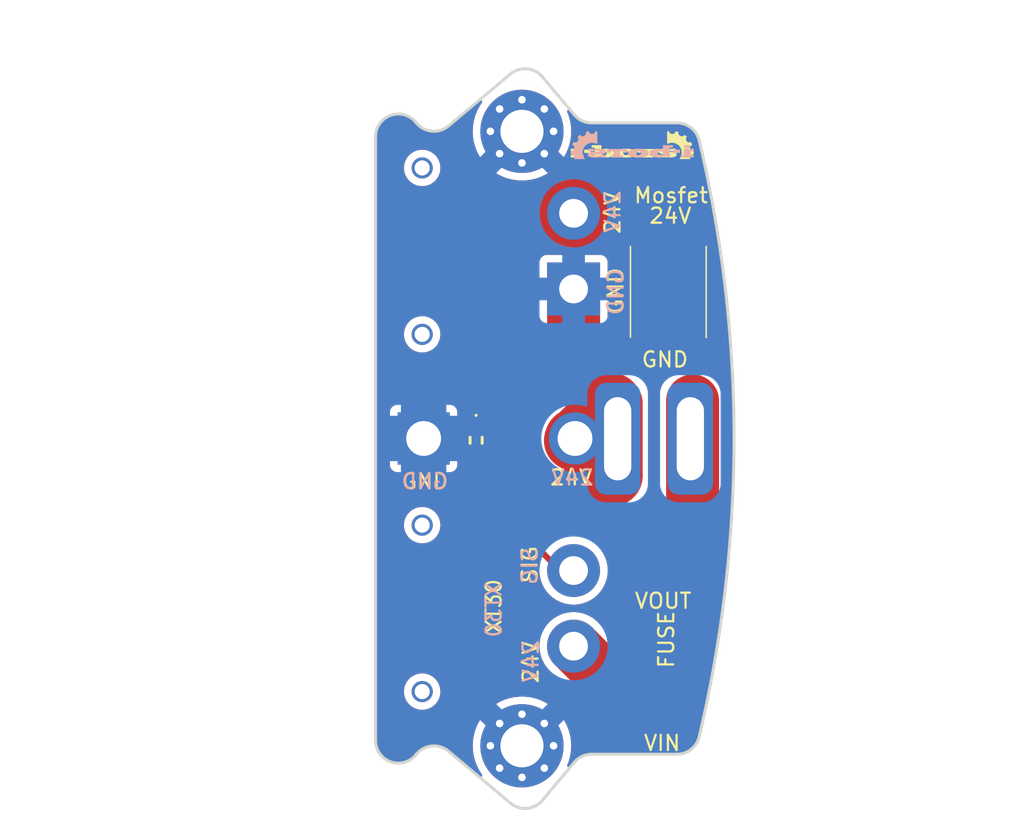
<source format=kicad_pcb>
(kicad_pcb (version 20240108) (generator "pcbnew") (generator_version "8.0")
  (layers (0 "F.Cu" signal) (31 "B.Cu" signal) (34 "B.Paste" user) (35 "F.Paste" user) (36 "B.SilkS" user "B.Silkscreen") (37 "F.SilkS" user "F.Silkscreen") (38 "B.Mask" user) (39 "F.Mask" user) (44 "Edge.Cuts" user))
  (net 0 "")
  (net 1 "SIG")
  (net 2 "+24V")
  (net 3 "GND")
  (net 4 "VOUT")
  (net 5 "VIN")
  (net 6 "Net-(J1-Pin_1)")
  (net 7 "INPUT")
  (footprint "ownstuff:RND 210-00545 Schalter 3A" (layer "F.Cu") (at 85.4 11 180)
    (property "Reference" "J3" (hide yes))
    (property "Value" "Conn_01x02_Male" (hide yes))
  )
  (footprint "libloader:SMLD12EN1WT86C" (layer "F.Cu") (at 68.45 0.1 -90)
    (property "Reference" "LED1" (hide yes))
    (property "Value" "SMLD12EN1WT86C" (hide yes))
  )
  (footprint "Bohrloch:Loch" (layer "F.Cu") (at 71.478241 20.293027)
    (property "Reference" "REF**" (hide yes))
    (property "Value" "Loch" (hide yes))
  )
  (footprint "Justus:mp012928" (layer "F.Cu") (at 80.395 7.6 -90)
    (property "Reference" "J4" (hide yes))
    (property "Value" "Conn_01x02_Pin" (hide yes))
  )
  (footprint "Connector_AMASS:AMASS_XT30PW-M_1x02_P2.50mm_Horizontal" (layer "F.Cu") (at 74.887 11.21 90)
    (property "Reference" "REF**" (hide yes))
    (property "Value" "AMASS_XT30PW-M_1x02_P2.50mm_Horizontal" (hide yes))
  )
  (footprint "libloader:BSC021N08NS5ATMA1" (layer "F.Cu") (at 81.145 -9.712)
    (property "Reference" "Q1" (hide yes))
    (property "Value" "ISC009N06LM5ATMA1" (hide yes))
  )
  (footprint "libloader:CAPPRD1000W210D2550H4200" (layer "F.Cu") (at 69.982 -0.018 180)
    (property "Reference" "C1" (hide yes))
    (property "Value" "ALC80A392BD063" (hide yes))
  )
  (footprint "Connector_AMASS:AMASS_XT30PW-M_1x02_P2.50mm_Horizontal" (layer "F.Cu") (at 74.887 -12.4 90)
    (property "Reference" "REF**" (hide yes))
    (property "Value" "AMASS_XT30PW-M_1x02_P2.50mm_Horizontal" (hide yes))
  )
  (footprint "Bohrloch:Loch" (layer "F.Cu") (at 71.478241 -20.319363)
    (property "Reference" "REF**" (hide yes))
    (property "Value" "Loch" (hide yes))
  )
  (gr_poly (pts (xy 80.801575 -19.404019) (xy 80.800798 -19.403974) (xy 80.800041 -19.4039) (xy 80.799305 -19.403797) (xy 80.79859 -19.403667) (xy 80.797896 -19.403511) (xy 80.797223 -19.40333) (xy 80.796573 -19.403125) (xy 80.795945 -19.402897) (xy 80.795339 -19.402646) (xy 80.794756 -19.402374) (xy 80.794197 -19.402081) (xy 80.793661 -19.40177) (xy 80.79315 -19.401439) (xy 80.792663 -19.401092) (xy 80.792201 -19.400727) (xy 80.791764 -19.400348) (xy 80.791353 -19.399954) (xy 80.790967 -19.399546) (xy 80.790608 -19.399125) (xy 80.790275 -19.398693) (xy 80.78997 -19.398251) (xy 80.789692 -19.397798) (xy 80.789441 -19.397337) (xy 80.789219 -19.396869) (xy 80.789025 -19.396393) (xy 80.78886 -19.395912) (xy 80.788724 -19.395425) (xy 80.788618 -19.394935) (xy 80.788542 -19.394442) (xy 80.788496 -19.393947) (xy 80.78848 -19.393451) (xy 80.78848 -19.073305) (xy 80.777905 -19.081528) (xy 80.769519 -19.087559) (xy 80.759066 -19.094565) (xy 80.746543 -19.102319) (xy 80.731949 -19.110594) (xy 80.715281 -19.119161) (xy 80.696537 -19.127793) (xy 80.686387 -19.132062) (xy 80.675717 -19.136262) (xy 80.664527 -19.140365) (xy 80.652817 -19.144341) (xy 80.640586 -19.148163) (xy 80.627835 -19.151802) (xy 80.614563 -19.155229) (xy 80.600771 -19.158417) (xy 80.586457 -19.161336) (xy 80.571621 -19.163958) (xy 80.556264 -19.166255) (xy 80.540384 -19.168198) (xy 80.523983 -19.169758) (xy 80.507058 -19.170908) (xy 80.489611 -19.171619) (xy 80.471642 -19.171863) (xy 80.428028 -19.170743) (xy 80.383365 -19.167371) (xy 80.338188 -19.161725) (xy 80.293027 -19.153786) (xy 80.248417 -19.143534) (xy 80.204891 -19.130947) (xy 80.16298 -19.116005) (xy 80.123219 -19.098689) (xy 80.086139 -19.078977) (xy 80.052275 -19.05685) (xy 80.036714 -19.044875) (xy 80.022158 -19.032287) (xy 80.008672 -19.019086) (xy 79.996322 -19.005268) (xy 79.985176 -18.990831) (xy 79.9753 -18.975772) (xy 79.96676 -18.96009) (xy 79.959624 -18.94378) (xy 79.953958 -18.926841) (xy 79.949828 -18.90927) (xy 79.947301 -18.891064) (xy 79.946444 -18.872222) (xy 79.94737 -18.850979) (xy 79.950103 -18.830767) (xy 79.954571 -18.811563) (xy 79.960707 -18.793342) (xy 79.968439 -18.776082) (xy 79.977698 -18.75976) (xy 79.988414 -18.744351) (xy 80.000518 -18.729833) (xy 80.01394 -18.716182) (xy 80.028609 -18.703375) (xy 80.044457 -18.691388) (xy 80.061414 -18.680199) (xy 80.079409 -18.669783) (xy 80.098373 -18.660118) (xy 80.118236 -18.651179) (xy 80.138928 -18.642944) (xy 80.16038 -18.635389) (xy 80.182522 -18.628491) (xy 80.205285 -18.622227) (xy 80.228597 -18.616572) (xy 80.276594 -18.607) (xy 80.325956 -18.599587) (xy 80.376123 -18.594148) (xy 80.426539 -18.590494) (xy 80.476644 -18.588438) (xy 80.525881 -18.587795) (xy 80.574895 -18.588936) (xy 80.620983 -18.592181) (xy 80.664151 -18.597261) (xy 80.704403 -18.603908) (xy 80.741744 -18.611853) (xy 80.77618 -18.620828) (xy 80.807715 -18.630564) (xy 80.836353 -18.640794) (xy 80.862101 -18.651249) (xy 80.884962 -18.66166) (xy 80.904941 -18.671759) (xy 80.922043 -18.681278) (xy 80.947637 -18.6975) (xy 80.961782 -18.70818) (xy 81.057032 -18.598379) (xy 81.058017 -18.597425) (xy 81.058991 -18.596547) (xy 81.059956 -18.595742) (xy 81.060918 -18.595009) (xy 81.06188 -18.594346) (xy 81.062846 -18.593751) (xy 81.063819 -18.593222) (xy 81.064804 -18.592756) (xy 81.065805 -18.592353) (xy 81.066825 -18.592009) (xy 81.067868 -18.591724) (xy 81.068939 -18.591495) (xy 81.07004 -18.59132) (xy 81.071176 -18.591198) (xy 81.072351 -18.591126) (xy 81.073569 -18.591102) (xy 81.214459 -18.591102) (xy 81.217546 -18.591186) (xy 81.220363 -18.591431) (xy 81.221674 -18.59161) (xy 81.222921 -18.591826) (xy 81.224106 -18.592078) (xy 81.225229 -18.592363) (xy 81.226292 -18.592682) (xy 81.227296 -18.593032) (xy 81.228243 -18.593413) (xy 81.229133 -18.593823) (xy 81.229968 -18.594261) (xy 81.230749 -18.594727) (xy 81.231477 -18.595217) (xy 81.232153 -18.595733) (xy 81.232779 -18.596271) (xy 81.233356 -18.596832) (xy 81.233885 -18.597413) (xy 81.234368 -18.598014) (xy 81.234804 -18.598634) (xy 81.235197 -18.59927) (xy 81.235853 -18.60059) (xy 81.236347 -18.601964) (xy 81.236688 -18.603383) (xy 81.236885 -18.604837) (xy 81.236949 -18.606316) (xy 81.236949 -18.876191) (xy 80.785834 -18.876191) (xy 80.785647 -18.869072) (xy 80.785088 -18.862105) (xy 80.784161 -18.855295) (xy 80.782871 -18.848647) (xy 80.781221 -18.842166) (xy 80.779216 -18.835856) (xy 80.776859 -18.829723) (xy 80.774156 -18.82377) (xy 80.771109 -18.818004) (xy 80.767723 -18.812429) (xy 80.764003 -18.807049) (xy 80.759952 -18.80187) (xy 80.755575 -18.796896) (xy 80.750875 -18.792133) (xy 80.745857 -18.787584) (xy 80.740524 -18.783256) (xy 80.734882 -18.779153) (xy 80.728934 -18.775279) (xy 80.722684 -18.771639) (xy 80.716136 -18.768239) (xy 80.709294 -18.765083) (xy 80.702163 -18.762176) (xy 80.694747 -18.759523) (xy 80.68705 -18.757129) (xy 80.679075 -18.754998) (xy 80.670827 -18.753135) (xy 80.662311 -18.751546) (xy 80.65353 -18.750235) (xy 80.644488 -18.749207) (xy 80.635189 -18.748466) (xy 80.625639 -18.748019) (xy 80.615839 -18.747868) (xy 80.597471 -18.748401) (xy 80.579858 -18.749991) (xy 80.563062 -18.752625) (xy 80.547141 -18.756291) (xy 80.532154 -18.760977) (xy 80.518159 -18.766669) (xy 80.511553 -18.769889) (xy 80.505218 -18.773356) (xy 80.49916 -18.777068) (xy 80.493387 -18.781024) (xy 80.487907 -18.785222) (xy 80.482727 -18.789661) (xy 80.477854 -18.794338) (xy 80.473297 -18.799254) (xy 80.469061 -18.804405) (xy 80.465155 -18.809791) (xy 80.461586 -18.815409) (xy 80.458361 -18.821259) (xy 80.455488 -18.827338) (xy 80.452974 -18.833646) (xy 80.450826 -18.840179) (xy 80.449053 -18.846938) (xy 80.44766 -18.85392) (xy 80.446657 -18.861124) (xy 80.446049 -18.868548) (xy 80.445845 -18.876191) (xy 80.446105 -18.883834) (xy 80.446875 -18.891258) (xy 80.448134 -18.898462) (xy 80.449866 -18.905444) (xy 80.452052 -18.912202) (xy 80.454674 -18.918736) (xy 80.457713 -18.925044) (xy 80.461151 -18.931123) (xy 80.46497 -18.936973) (xy 80.469152 -18.942591) (xy 80.473677 -18.947977) (xy 80.478529 -18.953128) (xy 80.483688 -18.958043) (xy 80.489136 -18.962721) (xy 80.494856 -18.96716) (xy 80.500828 -18.971358) (xy 80.507035 -18.975314) (xy 80.513458 -18.979026) (xy 80.520079 -18.982493) (xy 80.52688 -18.985713) (xy 80.533842 -18.988684) (xy 80.540947 -18.991405) (xy 80.548176 -18.993874) (xy 80.555512 -18.996091) (xy 80.562937 -18.998052) (xy 80.570431 -18.999757) (xy 80.577977 -19.001204) (xy 80.585556 -19.002391) (xy 80.59315 -19.003318) (xy 80.600741 -19.003981) (xy 80.60831 -19.00438) (xy 80.615839 -19.004514) (xy 80.632791 -19.003879) (xy 80.649352 -19.002228) (xy 80.665424 -18.999568) (xy 80.68091 -18.995905) (xy 80.695715 -18.991245) (xy 80.709741 -18.985596) (xy 80.722891 -18.978965) (xy 80.729107 -18.975283) (xy 80.735067 -18.971358) (xy 80.740761 -18.967191) (xy 80.746175 -18.962782) (xy 80.751297 -18.958133) (xy 80.756115 -18.953244) (xy 80.760618 -18.948117) (xy 80.764792 -18.942751) (xy 80.768627 -18.937148) (xy 80.772109 -18.931309) (xy 80.775227 -18.925234) (xy 80.777969 -18.918925) (xy 80.780322 -18.912382) (xy 80.782274 -18.905606) (xy 80.783813 -18.898599) (xy 80.784928 -18.891359) (xy 80.785606 -18.88389) (xy 80.785834 -18.876191) (xy 81.236949 -18.876191) (xy 81.236949 -19.237347) (xy 81.422157 -19.237347) (xy 81.424342 -19.2374) (xy 81.426428 -19.237558) (xy 81.42841 -19.237814) (xy 81.430281 -19.238164) (xy 81.432035 -19.238603) (xy 81.433668 -19.239126) (xy 81.435173 -19.239729) (xy 81.436544 -19.240406) (xy 81.437775 -19.241153) (xy 81.438862 -19.241966) (xy 81.439797 -19.242838) (xy 81.440575 -19.243765) (xy 81.440903 -19.244248) (xy 81.44119 -19.244743) (xy 81.441435 -19.245249) (xy 81.441637 -19.245766) (xy 81.441795 -19.246294) (xy 81.441909 -19.246831) (xy 81.441978 -19.247376) (xy 81.442001 -19.24793) (xy 81.442001 -19.383529) (xy 81.441924 -19.386049) (xy 81.441829 -19.387245) (xy 81.441696 -19.388399) (xy 81.441526 -19.38951) (xy 81.441321 -19.39058) (xy 81.441079 -19.391608) (xy 81.440802 -19.392593) (xy 81.44049 -19.393538) (xy 81.440144 -19.39444) (xy 81.439764 -19.395302) (xy 81.43935 -19.396122) (xy 81.438903 -19.3969) (xy 81.438424 -19.397638) (xy 81.437913 -19.398335) (xy 81.437371 -19.398991) (xy 81.436797 -19.399606) (xy 81.436193 -19.400181) (xy 81.435559 -19.400715) (xy 81.434895 -19.401209) (xy 81.434203 -19.401663) (xy 81.433481 -19.402077) (xy 81.432732 -19.40245) (xy 81.431955 -19.402784) (xy 81.431151 -19.403078) (xy 81.43032 -19.403333) (xy 81.429463 -19.403548) (xy 81.42858 -19.403723) (xy 81.427673 -19.40386) (xy 81.42674 -19.403957) (xy 81.424803 -19.404035) (xy 80.802371 -19.404035)) (stroke (width -0.000001)) (fill solid) (layer "B.SilkS"))
  (gr_poly (pts (xy 79.050887 -19.170991) (xy 79.007768 -19.168302) (xy 78.96142 -19.163683) (xy 78.91276 -19.157021) (xy 78.862709 -19.148205) (xy 78.812186 -19.137121) (xy 78.762111 -19.123657) (xy 78.713403 -19.107701) (xy 78.666981 -19.089141) (xy 78.623766 -19.067864) (xy 78.603648 -19.056171) (xy 78.584676 -19.043758) (xy 78.566966 -19.030608) (xy 78.550632 -19.01671) (xy 78.535789 -19.002047) (xy 78.522553 -18.986607) (xy 78.511037 -18.970376) (xy 78.501357 -18.953339) (xy 78.493629 -18.935482) (xy 78.487966 -18.916791) (xy 78.484484 -18.897253) (xy 78.483298 -18.876852) (xy 78.484668 -18.852747) (xy 78.488676 -18.830012) (xy 78.495171 -18.808608) (xy 78.504001 -18.788496) (xy 78.515013 -18.769636) (xy 78.528055 -18.751988) (xy 78.542976 -18.735512) (xy 78.559624 -18.72017) (xy 78.577846 -18.70592) (xy 78.59749 -18.692723) (xy 78.618406 -18.68054) (xy 78.640439 -18.66933) (xy 78.663439 -18.659055) (xy 78.687254 -18.649674) (xy 78.736719 -18.633436) (xy 78.787618 -18.620298) (xy 78.838735 -18.609944) (xy 78.888854 -18.602054) (xy 78.936758 -18.596311) (xy 78.981233 -18.592398) (xy 79.021062 -18.589997) (xy 79.081917 -18.588457) (xy 79.243313 -18.588457) (xy 79.310844 -18.59004) (xy 79.375393 -18.594673) (xy 79.436773 -18.602182) (xy 79.494792 -18.612393) (xy 79.549261 -18.625131) (xy 79.599989 -18.640221) (xy 79.646788 -18.657489) (xy 79.689467 -18.676761) (xy 79.727836 -18.697863) (xy 79.761706 -18.720619) (xy 79.790885 -18.744856) (xy 79.815186 -18.770399) (xy 79.834416 -18.797074) (xy 79.842071 -18.810781) (xy 79.848388 -18.824706) (xy 79.853342 -18.838826) (xy 79.85691 -18.853121) (xy 79.859068 -18.867567) (xy 79.859661 -18.879498) (xy 79.353116 -18.879498) (xy 79.352879 -18.872372) (xy 79.352176 -18.865383) (xy 79.351017 -18.858537) (xy 79.349412 -18.851841) (xy 79.347371 -18.8453) (xy 79.344906 -18.838919) (xy 79.342025 -18.832706) (xy 79.338739 -18.826664) (xy 79.33506 -18.820801) (xy 79.330996 -18.815122) (xy 79.326558 -18.809633) (xy 79.321757 -18.80434) (xy 79.316603 -18.799248) (xy 79.311106 -18.794364) (xy 79.305276 -18.789693) (xy 79.299124 -18.785241) (xy 79.29266 -18.781013) (xy 79.285895 -18.777016) (xy 79.278838 -18.773256) (xy 79.271499 -18.769738) (xy 79.26389 -18.766467) (xy 79.256021 -18.763451) (xy 79.247901 -18.760695) (xy 79.239541 -18.758203) (xy 79.230952 -18.755984) (xy 79.222143 -18.754041) (xy 79.213126 -18.752381) (xy 79.203909 -18.75101) (xy 79.194504 -18.749934) (xy 79.184921 -18.749157) (xy 79.17517 -18.748688) (xy 79.165261 -18.74853) (xy 79.146647 -18.749099) (xy 79.128343 -18.750793) (xy 79.11047 -18.753587) (xy 79.093152 -18.757459) (xy 79.076513 -18.762385) (xy 79.060675 -18.768342) (xy 79.045761 -18.775307) (xy 79.031895 -18.783256) (xy 79.019199 -18.792166) (xy 79.013329 -18.796975) (xy 79.007797 -18.802015) (xy 79.002619 -18.807283) (xy 78.997811 -18.812778) (xy 78.993388 -18.818495) (xy 78.989365 -18.824432) (xy 78.985758 -18.830586) (xy 78.982582 -18.836954) (xy 78.979852 -18.843534) (xy 78.977584 -18.850322) (xy 78.975794 -18.857315) (xy 78.974495 -18.864511) (xy 78.973705 -18.871906) (xy 78.973439 -18.879498) (xy 78.973762 -18.88744) (xy 78.974713 -18.89514) (xy 78.976268 -18.902598) (xy 78.978398 -18.909814) (xy 78.981078 -18.916787) (xy 78.984282 -18.923516) (xy 78.987984 -18.93) (xy 78.992156 -18.936239) (xy 78.996773 -18.942232) (xy 79.001808 -18.947978) (xy 79.007236 -18.953476) (xy 79.013029 -18.958726) (xy 79.019162 -18.963727) (xy 79.025609 -18.968478) (xy 79.032342 -18.972979) (xy 79.039336 -18.977229) (xy 79.046565 -18.981227) (xy 79.054002 -18.984972) (xy 79.061621 -18.988463) (xy 79.069395 -18.991701) (xy 79.077299 -18.994684) (xy 79.085306 -18.997411) (xy 79.101524 -19.002096) (xy 79.117839 -19.005749) (xy 79.13404 -19.008367) (xy 79.149918 -19.009941) (xy 79.165261 -19.010467) (xy 79.182414 -19.009912) (xy 79.199541 -19.008258) (xy 79.216494 -19.005523) (xy 79.233123 -19.001723) (xy 79.249279 -18.996878) (xy 79.264814 -18.991003) (xy 79.279577 -18.984117) (xy 79.293419 -18.976237) (xy 79.306192 -18.96738) (xy 79.312131 -18.96259) (xy 79.317746 -18.957563) (xy 79.323019 -18.952301) (xy 79.327932 -18.946805) (xy 79.332465 -18.941078) (xy 79.3366 -18.935123) (xy 79.340319 -18.92894) (xy 79.343602 -18.922533) (xy 79.346431 -18.915904) (xy 79.348788 -18.909055) (xy 79.350653 -18.901987) (xy 79.352009 -18.894704) (xy 79.352836 -18.887207) (xy 79.353116 -18.879498) (xy 79.859661 -18.879498) (xy 79.859793 -18.882144) (xy 79.858778 -18.901773) (xy 79.855783 -18.920606) (xy 79.850883 -18.938656) (xy 79.844151 -18.955934) (xy 79.835663 -18.972451) (xy 79.825491 -18.988217) (xy 79.813711 -19.003246) (xy 79.800396 -19.017547) (xy 79.785621 -19.031131) (xy 79.76946 -19.044012) (xy 79.751987 -19.056198) (xy 79.733277 -19.067702) (xy 79.713404 -19.078536) (xy 79.692442 -19.088709) (xy 79.670465 -19.098235) (xy 79.647547 -19.107123) (xy 79.623764 -19.115385) (xy 79.599188 -19.123032) (xy 79.573895 -19.130076) (xy 79.547958 -19.136528) (xy 79.494451 -19.1477) (xy 79.43926 -19.156639) (xy 79.382981 -19.163435) (xy 79.326206 -19.168177) (xy 79.269531 -19.170956) (xy 79.213548 -19.171863) (xy 79.089855 -19.171863)) (stroke (width -0.000001)) (fill solid) (layer "B.SilkS"))
  (gr_poly (pts (xy 82.219006 -19.40398) (xy 82.216899 -19.403813) (xy 82.214885 -19.403529) (xy 82.212972 -19.403125) (xy 82.211167 -19.402597) (xy 82.210308 -19.402286) (xy 82.209479 -19.401942) (xy 82.20868 -19.401565) (xy 82.207914 -19.401154) (xy 82.207181 -19.40071) (xy 82.206481 -19.400231) (xy 82.205817 -19.399718) (xy 82.205188 -19.399169) (xy 82.204596 -19.398584) (xy 82.204042 -19.397963) (xy 82.203527 -19.397305) (xy 82.203051 -19.396609) (xy 82.202616 -19.395876) (xy 82.202223 -19.395105) (xy 82.201873 -19.394295) (xy 82.201566 -19.393446) (xy 82.201303 -19.392557) (xy 82.201086 -19.391627) (xy 82.200916 -19.390657) (xy 82.200793 -19.389646) (xy 82.200719 -19.388593) (xy 82.200694 -19.387498) (xy 82.200694 -19.238009) (xy 82.200748 -19.236763) (xy 82.200913 -19.235513) (xy 82.201038 -19.23489) (xy 82.201191 -19.23427) (xy 82.201372 -19.233656) (xy 82.201582 -19.233048) (xy 82.201822 -19.232447) (xy 82.20209 -19.231856) (xy 82.202389 -19.231275) (xy 82.202717 -19.230707) (xy 82.203075 -19.230152) (xy 82.203463 -19.229612) (xy 82.203882 -19.229088) (xy 82.204332 -19.228583) (xy 82.204812 -19.228097) (xy 82.205324 -19.227631) (xy 82.205868 -19.227188) (xy 82.206443 -19.226769) (xy 82.20705 -19.226375) (xy 82.207689 -19.226007) (xy 82.208361 -19.225668) (xy 82.209065 -19.225358) (xy 82.209803 -19.225079) (xy 82.210573 -19.224833) (xy 82.211377 -19.224621) (xy 82.212215 -19.224444) (xy 82.213086 -19.224303) (xy 82.213992 -19.224201) (xy 82.214932 -19.224139) (xy 82.215907 -19.224118) (xy 82.563173 -19.224118) (xy 82.564746 -19.224135) (xy 82.566239 -19.224189) (xy 82.567648 -19.224288) (xy 82.568971 -19.224438) (xy 82.570205 -19.224647) (xy 82.571347 -19.22492) (xy 82.572394 -19.225265) (xy 82.572881 -19.225467) (xy 82.573343 -19.225689) (xy 82.57378 -19.225932) (xy 82.574191 -19.226198) (xy 82.574576 -19.226486) (xy 82.574936 -19.226799) (xy 82.575268 -19.227136) (xy 82.575574 -19.227498) (xy 82.575852 -19.227887) (xy 82.576102 -19.228304) (xy 82.576325 -19.228748) (xy 82.576518 -19.229222) (xy 82.576683 -19.229725) (xy 82.576819 -19.230258) (xy 82.576926 -19.230824) (xy 82.577002 -19.231421) (xy 82.577048 -19.232052) (xy 82.577063 -19.232717) (xy 82.577063 -19.394113) (xy 82.577048 -19.394549) (xy 82.577002 -19.394987) (xy 82.576924 -19.395427) (xy 82.576817 -19.395868) (xy 82.576678 -19.396309) (xy 82.57651 -19.396748) (xy 82.576311 -19.397184) (xy 82.576082 -19.397616) (xy 82.575822 -19.398044) (xy 82.575533 -19.398466) (xy 82.575214 -19.39888) (xy 82.574866 -19.399287) (xy 82.574488 -19.399684) (xy 82.57408 -19.400071) (xy 82.573643 -19.400447) (xy 82.573177 -19.40081) (xy 82.572682 -19.40116) (xy 82.572158 -19.401495) (xy 82.571605 -19.401814) (xy 82.571024 -19.402116) (xy 82.570414 -19.402401) (xy 82.569775 -19.402666) (xy 82.569108 -19.402911) (xy 82.568413 -19.403135) (xy 82.567689 -19.403337) (xy 82.566938 -19.403516) (xy 82.566159 -19.40367) (xy 82.565352 -19.403798) (xy 82.564518 -19.4039) (xy 82.563656 -19.403974) (xy 82.562766 -19.404019) (xy 82.56185 -19.404035) (xy 82.221199 -19.404035)) (stroke (width -0.000001)) (fill solid) (layer "B.SilkS"))
  (gr_poly (pts (xy 82.176746 -19.169202) (xy 82.17597 -19.169156) (xy 82.175213 -19.169082) (xy 82.174477 -19.168979) (xy 82.173762 -19.16885) (xy 82.173068 -19.168694) (xy 82.172395 -19.168513) (xy 82.171744 -19.168308) (xy 82.171116 -19.168079) (xy 82.170511 -19.167828) (xy 82.169928 -19.167556) (xy 82.169369 -19.167264) (xy 82.168833 -19.166952) (xy 82.168322 -19.166622) (xy 82.167835 -19.166274) (xy 82.167373 -19.16591) (xy 82.166936 -19.16553) (xy 82.166524 -19.165136) (xy 82.166139 -19.164728) (xy 82.16578 -19.164308) (xy 82.165447 -19.163876) (xy 82.165142 -19.163433) (xy 82.164864 -19.162981) (xy 82.164613 -19.16252) (xy 82.164391 -19.162051) (xy 82.164197 -19.161575) (xy 82.164032 -19.161094) (xy 82.163896 -19.160608) (xy 82.16379 -19.160118) (xy 82.163713 -19.159625) (xy 82.163667 -19.15913) (xy 82.163652 -19.158634) (xy 82.163652 -18.757129) (xy 81.979105 -18.757129) (xy 81.979105 -18.756467) (xy 81.978309 -18.756448) (xy 81.977532 -18.756391) (xy 81.976775 -18.756299) (xy 81.976039 -18.756172) (xy 81.975324 -18.756013) (xy 81.97463 -18.755822) (xy 81.973958 -18.755601) (xy 81.973307 -18.755351) (xy 81.972679 -18.755074) (xy 81.972073 -18.754771) (xy 81.97149 -18.754445) (xy 81.970931 -18.754095) (xy 81.970396 -18.753724) (xy 81.969884 -18.753333) (xy 81.969397 -18.752924) (xy 81.968935 -18.752498) (xy 81.968498 -18.752057) (xy 81.968087 -18.751601) (xy 81.967342 -18.750653) (xy 81.966704 -18.749667) (xy 81.966176 -18.748654) (xy 81.965759 -18.747625) (xy 81.965594 -18.747108) (xy 81.965459 -18.746592) (xy 81.965352 -18.746077) (xy 81.965276 -18.745567) (xy 81.96523 -18.745061) (xy 81.965214 -18.744561) (xy 81.965214 -18.601686) (xy 81.96523 -18.600899) (xy 81.965276 -18.60015) (xy 81.965352 -18.599438) (xy 81.965459 -18.598762) (xy 81.965594 -18.598122) (xy 81.965759 -18.597516) (xy 81.965953 -18.596944) (xy 81.966176 -18.596404) (xy 81.966426 -18.595897) (xy 81.966704 -18.595421) (xy 81.96701 -18.594975) (xy 81.967342 -18.594558) (xy 81.967701 -18.59417) (xy 81.968087 -18.59381) (xy 81.968498 -18.593477) (xy 81.968935 -18.593169) (xy 81.969397 -18.592887) (xy 81.969884 -18.59263) (xy 81.970396 -18.592395) (xy 81.970931 -18.592184) (xy 81.97149 -18.591994) (xy 81.972073 -18.591825) (xy 81.972679 -18.591676) (xy 81.973307 -18.591547) (xy 81.97463 -18.591342) (xy 81.976039 -18.591204) (xy 81.977532 -18.591127) (xy 81.979105 -18.591102) (xy 82.812543 -18.591102) (xy 82.813155 -18.591131) (xy 82.813751 -18.591215) (xy 82.814332 -18.591352) (xy 82.814896 -18.591539) (xy 82.815444 -18.591774) (xy 82.815975 -18.592053) (xy 82.81649 -18.592374) (xy 82.816987 -18.592735) (xy 82.817466 -18.593133) (xy 82.817928 -18.593565) (xy 82.818372 -18.594029) (xy 82.818798 -18.594521) (xy 82.819205 -18.595039) (xy 82.819594 -18.595581) (xy 82.819964 -18.596144) (xy 82.820315 -18.596725) (xy 82.820646 -18.597321) (xy 82.820958 -18.59793) (xy 82.82125 -18.59855) (xy 82.821521 -18.599177) (xy 82.822004 -18.600443) (xy 82.822402 -18.601706) (xy 82.822716 -18.602947) (xy 82.822942 -18.604143) (xy 82.82308 -18.605273) (xy 82.823114 -18.605807) (xy 82.823126 -18.606316) (xy 82.823126 -18.746545) (xy 82.823105 -18.747157) (xy 82.823043 -18.747754) (xy 82.822941 -18.748335) (xy 82.822802 -18.748899) (xy 82.822626 -18.749447) (xy 82.822415 -18.749978) (xy 82.822171 -18.750492) (xy 82.821896 -18.750989) (xy 82.821591 -18.751469) (xy 82.821257 -18.751931) (xy 82.820896 -18.752375) (xy 82.82051 -18.752801) (xy 82.8201 -18.753208) (xy 82.819668 -18.753597) (xy 82.819215 -18.753967) (xy 82.818744 -18.754317) (xy 82.818255 -18.754649) (xy 82.81775 -18.75496) (xy 82.817231 -18.755252) (xy 82.816699 -18.755524) (xy 82.816156 -18.755775) (xy 82.815603 -18.756006) (xy 82.815042 -18.756216) (xy 82.814475 -18.756405) (xy 82.813903 -18.756573) (xy 82.813328 -18.756719) (xy 82.812751 -18.756843) (xy 82.812174 -18.756945) (xy 82.811599 -18.757025) (xy 82.811026 -18.757082) (xy 82.810458 -18.757117) (xy 82.809897 -18.757129) (xy 82.618074 -18.757129) (xy 82.618074 -19.00253) (xy 82.803282 -19.00253) (xy 82.805467 -19.002568) (xy 82.807553 -19.002686) (xy 82.809535 -19.002883) (xy 82.811406 -19.00316) (xy 82.81316 -19.003519) (xy 82.814793 -19.00396) (xy 82.816298 -19.004484) (xy 82.817669 -19.005093) (xy 82.8189 -19.005787) (xy 82.819987 -19.006567) (xy 82.820473 -19.00699) (xy 82.820922 -19.007434) (xy 82.821331 -19.007901) (xy 82.8217 -19.00839) (xy 82.822028 -19.008901) (xy 82.822315 -19.009434) (xy 82.82256 -19.00999) (xy 82.822762 -19.010569) (xy 82.82292 -19.011171) (xy 82.823034 -19.011795) (xy 82.823103 -19.012442) (xy 82.823126 -19.013113) (xy 82.823126 -19.148712) (xy 82.823049 -19.151122) (xy 82.822821 -19.153391) (xy 82.822652 -19.154472) (xy 82.822446 -19.155517) (xy 82.822204 -19.156525) (xy 82.821927 -19.157497) (xy 82.821615 -19.158432) (xy 82.821269 -19.15933) (xy 82.820889 -19.16019) (xy 82.820475 -19.161013) (xy 82.820028 -19.161799) (xy 82.819549 -19.162546) (xy 82.819038 -19.163255) (xy 82.818496 -19.163925) (xy 82.817922 -19.164557) (xy 82.817318 -19.16515) (xy 82.816684 -19.165703) (xy 82.81602 -19.166217) (xy 82.815328 -19.166692) (xy 82.814606 -19.167126) (xy 82.813857 -19.16752) (xy 82.81308 -19.167874) (xy 82.812276 -19.168186) (xy 82.811445 -19.168458) (xy 82.810588 -19.168689) (xy 82.809706 -19.168879) (xy 82.808798 -19.169026) (xy 82.807865 -19.169132) (xy 82.806909 -19.169196) (xy 82.805928 -19.169217) (xy 82.177543 -19.169217)) (stroke (width -0.000001)) (fill solid) (layer "B.SilkS"))
  (gr_poly (pts (xy 77.107992 -19.151339) (xy 77.106601 -19.151269) (xy 77.10528 -19.151127) (xy 77.104647 -19.151022) (xy 77.104033 -19.150893) (xy 77.103438 -19.150735) (xy 77.102863 -19.150546) (xy 77.102309 -19.150324) (xy 77.101775 -19.150067) (xy 77.101262 -19.149771) (xy 77.100772 -19.149435) (xy 77.100303 -19.149055) (xy 77.099858 -19.148629) (xy 77.099435 -19.148155) (xy 77.099037 -19.14763) (xy 77.098662 -19.147051) (xy 77.098312 -19.146416) (xy 77.097988 -19.145723) (xy 77.097689 -19.144968) (xy 77.097416 -19.14415) (xy 77.09717 -19.143265) (xy 77.096951 -19.142312) (xy 77.09676 -19.141287) (xy 77.096597 -19.140188) (xy 77.096462 -19.139013) (xy 77.096357 -19.137759) (xy 77.096281 -19.136424) (xy 77.096235 -19.135004) (xy 77.09622 -19.133498) (xy 77.09622 -18.92117) (xy 77.096244 -18.920164) (xy 77.096319 -18.919139) (xy 77.096451 -18.918106) (xy 77.096643 -18.917077) (xy 77.096902 -18.916064) (xy 77.097231 -18.915078) (xy 77.097636 -18.91413) (xy 77.097868 -18.913674) (xy 77.098121 -18.913233) (xy 77.098396 -18.912807) (xy 77.098692 -18.912397) (xy 77.099011 -18.912007) (xy 77.099352 -18.911636) (xy 77.099718 -18.911286) (xy 77.100108 -18.91096) (xy 77.100523 -18.910657) (xy 77.100964 -18.91038) (xy 77.10143 -18.91013) (xy 77.101924 -18.909909) (xy 77.102444 -18.909718) (xy 77.102993 -18.909559) (xy 77.10357 -18.909432) (xy 77.104177 -18.90934) (xy 77.104813 -18.909283) (xy 77.10548 -18.909264) (xy 77.346251 -18.909264) (xy 77.347922 -18.909282) (xy 77.348703 -18.909325) (xy 77.349445 -18.909409) (xy 77.3498 -18.90947) (xy 77.350144 -18.909547) (xy 77.350477 -18.90964) (xy 77.350798 -18.909752) (xy 77.351106 -18.909885) (xy 77.351403 -18.910039) (xy 77.351686 -18.910218) (xy 77.351956 -18.910422) (xy 77.352213 -18.910652) (xy 77.352456 -18.910912) (xy 77.352684 -18.911202) (xy 77.352898 -18.911525) (xy 77.353097 -18.911881) (xy 77.35328 -18.912273) (xy 77.353448 -18.912702) (xy 77.3536 -18.913171) (xy 77.353735 -18.91368) (xy 77.353853 -18.914231) (xy 77.353954 -18.914826) (xy 77.354038 -18.915468) (xy 77.354103 -18.916156) (xy 77.354151 -18.916894) (xy 77.354179 -18.917683) (xy 77.354189 -18.918524) (xy 77.354189 -19.01642) (xy 77.568502 -19.01642) (xy 77.568502 -18.728686) (xy 77.383955 -18.728686) (xy 77.383955 -18.728024) (xy 77.381572 -18.727988) (xy 77.38046 -18.727937) (xy 77.379407 -18.727859) (xy 77.378415 -18.72775) (xy 77.37749 -18.727606) (xy 77.376634 -18.727423) (xy 77.375852 -18.727197) (xy 77.375147 -18.726926) (xy 77.374523 -18.726603) (xy 77.374243 -18.726422) (xy 77.373985 -18.726227) (xy 77.373749 -18.726017) (xy 77.373536 -18.725792) (xy 77.373347 -18.725551) (xy 77.37318 -18.725295) (xy 77.373039 -18.725022) (xy 77.372921 -18.724732) (xy 77.372829 -18.724425) (xy 77.372763 -18.7241) (xy 77.372723 -18.723756) (xy 77.37271 -18.723394) (xy 77.37271 -18.595071) (xy 77.372723 -18.594709) (xy 77.372763 -18.594365) (xy 77.372829 -18.59404) (xy 77.372921 -18.593733) (xy 77.373039 -18.593443) (xy 77.37318 -18.59317) (xy 77.373347 -18.592914) (xy 77.373536 -18.592673) (xy 77.373749 -18.592449) (xy 77.373985 -18.592239) (xy 77.374243 -18.592043) (xy 77.374523 -18.591862) (xy 77.374825 -18.591694) (xy 77.375147 -18.59154) (xy 77.375489 -18.591398) (xy 77.375852 -18.591268) (xy 77.376233 -18.591149) (xy 77.376634 -18.591042) (xy 77.377053 -18.590946) (xy 77.37749 -18.59086) (xy 77.377944 -18.590783) (xy 77.378415 -18.590715) (xy 77.378903 -18.590657) (xy 77.379407 -18.590606) (xy 77.38046 -18.590528) (xy 77.381572 -18.590477) (xy 77.382738 -18.590449) (xy 77.383955 -18.590441) (xy 78.132064 -18.590441) (xy 78.132377 -18.590451) (xy 78.132698 -18.59048) (xy 78.133024 -18.590529) (xy 78.133354 -18.590597) (xy 78.133688 -18.590686) (xy 78.134024 -18.590794) (xy 78.134362 -18.590923) (xy 78.134699 -18.591071) (xy 78.135036 -18.59124) (xy 78.13537 -18.59143) (xy 78.135701 -18.59164) (xy 78.136029 -18.591871) (xy 78.13635 -18.592123) (xy 78.136666 -18.592395) (xy 78.136973 -18.592689) (xy 78.137273 -18.593004) (xy 78.137562 -18.59334) (xy 78.137841 -18.593698) (xy 78.138108 -18.594077) (xy 78.138362 -18.594478) (xy 78.138602 -18.594901) (xy 78.138826 -18.595345) (xy 78.139035 -18.595812) (xy 78.139226 -18.596301) (xy 78.139399 -18.596812) (xy 78.139552 -18.597346) (xy 78.139685 -18.597902) (xy 78.139796 -18.59848) (xy 78.139884 -18.599082) (xy 78.139948 -18.599706) (xy 78.139988 -18.600354) (xy 78.140001 -18.601024) (xy 78.140001 -18.718102) (xy 78.13999 -18.71848) (xy 78.139956 -18.718868) (xy 78.139823 -18.719668) (xy 78.139609 -18.720492) (xy 78.139319 -18.721327) (xy 78.13896 -18.722162) (xy 78.138536 -18.722986) (xy 78.138055 -18.723786) (xy 78.137521 -18.724552) (xy 78.13694 -18.725271) (xy 78.136319 -18.725931) (xy 78.135663 -18.726522) (xy 78.135324 -18.726788) (xy 78.134978 -18.727032) (xy 78.134627 -18.727253) (xy 78.13427 -18.727449) (xy 78.133909 -18.727619) (xy 78.133544 -18.727761) (xy 78.133177 -18.727874) (xy 78.132807 -18.727956) (xy 78.132436 -18.728007) (xy 78.132064 -18.728024) (xy 77.95347 -18.728024) (xy 77.95347 -19.015759) (xy 78.153892 -19.015759) (xy 78.153892 -18.915878) (xy 78.153909 -18.915398) (xy 78.15396 -18.914947) (xy 78.154043 -18.914525) (xy 78.154156 -18.914132) (xy 78.1543 -18.913765) (xy 78.154472 -18.913425) (xy 78.15467 -18.91311) (xy 78.154894 -18.912819) (xy 78.155142 -18.912552) (xy 78.155414 -18.912306) (xy 78.155706 -18.912082) (xy 78.156019 -18.911879) (xy 78.156351 -18.911694) (xy 78.156701 -18.911529) (xy 78.157066 -18.91138) (xy 78.157447 -18.911248) (xy 78.157841 -18.911132) (xy 78.158247 -18.91103) (xy 78.158665 -18.910942) (xy 78.159092 -18.910866) (xy 78.159969 -18.910748) (xy 78.160868 -18.910669) (xy 78.161779 -18.910622) (xy 78.162691 -18.910597) (xy 78.164475 -18.910587) (xy 78.413845 -18.910587) (xy 78.415068 -18.910633) (xy 78.416255 -18.910769) (xy 78.4174 -18.910992) (xy 78.418496 -18.9113) (xy 78.419537 -18.911689) (xy 78.420036 -18.911913) (xy 78.420519 -18.912156) (xy 78.420985 -18.912419) (xy 78.421434 -18.9127) (xy 78.421866 -18.912998) (xy 78.422278 -18.913315) (xy 78.422672 -18.913649) (xy 78.423045 -18.914001) (xy 78.423397 -18.914369) (xy 78.423728 -18.914753) (xy 78.424036 -18.915154) (xy 78.424322 -18.915569) (xy 78.424584 -18.916001) (xy 78.424821 -18.916447) (xy 78.425033 -18.916908) (xy 78.425219 -18.917382) (xy 78.425379 -18.917871) (xy 78.425511 -18.918373) (xy 78.425615 -18.918888) (xy 78.42569 -18.919416) (xy 78.425736 -18.919956) (xy 78.425751 -18.920509) (xy 78.425751 -19.140774) (xy 78.425739 -19.14127) (xy 78.425705 -19.141765) (xy 78.425649 -19.142258) (xy 78.42557 -19.142748) (xy 78.42547 -19.143235) (xy 78.42535 -19.143716) (xy 78.425048 -19.14466) (xy 78.424669 -19.145574) (xy 78.424216 -19.146448) (xy 78.423694 -19.147277) (xy 78.423407 -19.147671) (xy 78.423105 -19.14805) (xy 78.422787 -19.148415) (xy 78.422455 -19.148762) (xy 78.422107 -19.149092) (xy 78.421746 -19.149404) (xy 78.421371 -19.149697) (xy 78.420983 -19.149969) (xy 78.420582 -19.15022) (xy 78.42017 -19.150448) (xy 78.419745 -19.150653) (xy 78.41931 -19.150834) (xy 78.418864 -19.15099) (xy 78.418407 -19.15112) (xy 78.417941 -19.151222) (xy 78.417466 -19.151297) (xy 78.416982 -19.151342) (xy 78.41649 -19.151358) (xy 77.109449 -19.151358)) (stroke (width -0.000001)) (fill solid) (layer "B.SilkS"))
  (gr_poly (pts (xy 81.500187 -19.10967) (xy 81.499501 -19.109624) (xy 81.498814 -19.109546) (xy 81.498128 -19.109436) (xy 81.497445 -19.109296) (xy 81.496765 -19.109123) (xy 81.496091 -19.108919) (xy 81.495424 -19.108683) (xy 81.494766 -19.108415) (xy 81.494118 -19.108115) (xy 81.493482 -19.107783) (xy 81.49286 -19.107418) (xy 81.492252 -19.107021) (xy 81.491661 -19.106592) (xy 81.491089 -19.106129) (xy 81.490536 -19.105634) (xy 81.490004 -19.105106) (xy 81.489495 -19.104545) (xy 81.489011 -19.103951) (xy 81.488552 -19.103323) (xy 81.488122 -19.102662) (xy 81.48772 -19.101967) (xy 81.48735 -19.101239) (xy 81.487011 -19.100477) (xy 81.486707 -19.099681) (xy 81.486438 -19.098851) (xy 81.486206 -19.097987) (xy 81.486012 -19.097088) (xy 81.485859 -19.096155) (xy 81.485748 -19.095188) (xy 81.48568 -19.094186) (xy 81.485657 -19.093149) (xy 81.485657 -18.901988) (xy 81.485677 -18.901197) (xy 81.485735 -18.900437) (xy 81.485834 -18.899707) (xy 81.485972 -18.899007) (xy 81.486152 -18.898337) (xy 81.486372 -18.897696) (xy 81.486634 -18.897084) (xy 81.486939 -18.8965) (xy 81.487286 -18.895944) (xy 81.487676 -18.895416) (xy 81.48811 -18.894915) (xy 81.488587 -18.894442) (xy 81.48911 -18.893995) (xy 81.489677 -18.893574) (xy 81.49029 -18.893179) (xy 81.490949 -18.89281) (xy 81.491654 -18.892466) (xy 81.492407 -18.892147) (xy 81.493207 -18.891852) (xy 81.494055 -18.891582) (xy 81.494951 -18.891335) (xy 81.495896 -18.891111) (xy 81.496891 -18.890911) (xy 81.497936 -18.890733) (xy 81.499031 -18.890577) (xy 81.500176 -18.890443) (xy 81.501374 -18.890331) (xy 81.502623 -18.890241) (xy 81.505278 -18.890121) (xy 81.508147 -18.890082) (xy 81.905683 -18.890082) (xy 81.906664 -18.890101) (xy 81.907621 -18.890159) (xy 81.908553 -18.890256) (xy 81.909461 -18.890392) (xy 81.910343 -18.890566) (xy 81.9112 -18.890779) (xy 81.912031 -18.891031) (xy 81.912835 -18.891322) (xy 81.913612 -18.891651) (xy 81.914362 -18.892019) (xy 81.915083 -18.892426) (xy 81.915776 -18.892872) (xy 81.916439 -18.893357) (xy 81.917073 -18.89388) (xy 81.917677 -18.894442) (xy 81.918251 -18.895043) (xy 81.918794 -18.895682) (xy 81.919305 -18.89636) (xy 81.919784 -18.897077) (xy 81.92023 -18.897833) (xy 81.920644 -18.898628) (xy 81.921024 -18.899461) (xy 81.92137 -18.900333) (xy 81.921682 -18.901244) (xy 81.921959 -18.902193) (xy 81.922201 -18.903182) (xy 81.922407 -18.904209) (xy 81.922576 -18.905275) (xy 81.922709 -18.906379) (xy 81.922804 -18.907523) (xy 81.922862 -18.908705) (xy 81.922881 -18.909925) (xy 81.922881 -19.097779) (xy 81.92286 -19.098396) (xy 81.922796 -19.099003) (xy 81.922691 -19.099602) (xy 81.922544 -19.10019) (xy 81.922356 -19.100768) (xy 81.922127 -19.101334) (xy 81.921857 -19.101889) (xy 81.921548 -19.10243) (xy 81.921199 -19.102958) (xy 81.92081 -19.103472) (xy 81.920383 -19.103971) (xy 81.919916 -19.104454) (xy 81.919412 -19.10492) (xy 81.918869 -19.105369) (xy 81.918289 -19.1058) (xy 81.917672 -19.106213) (xy 81.917018 -19.106606) (xy 81.916328 -19.10698) (xy 81.915601 -19.107332) (xy 81.914839 -19.107663) (xy 81.914041 -19.107971) (xy 81.913209 -19.108257) (xy 81.912342 -19.108518) (xy 81.91144 -19.108756) (xy 81.910505 -19.108968) (xy 81.909536 -19.109154) (xy 81.908533 -19.109313) (xy 81.907498 -19.109446) (xy 81.906431 -19.10955) (xy 81.905331 -19.109625) (xy 81.9042 -19.10967) (xy 81.903038 -19.109686) (xy 81.500871 -19.109686)) (stroke (width -0.000001)) (fill solid) (layer "B.SilkS"))
  (gr_poly (pts (xy 76.353919 -20.323627) (xy 76.351597 -20.323511) (xy 76.34936 -20.323284) (xy 76.347204 -20.322944) (xy 76.345126 -20.32249) (xy 76.343122 -20.32192) (xy 76.34119 -20.321232) (xy 76.339326 -20.320424) (xy 76.337527 -20.319493) (xy 76.33579 -20.318439) (xy 76.334112 -20.317258) (xy 76.33249 -20.31595) (xy 76.33092 -20.314512) (xy 76.3294 -20.312942) (xy 76.327926 -20.311238) (xy 76.326495 -20.309398) (xy 76.325104 -20.307422) (xy 76.32375 -20.305305) (xy 76.322429 -20.303047) (xy 76.319877 -20.298099) (xy 76.317421 -20.292562) (xy 76.315037 -20.28642) (xy 76.312742 -20.280273) (xy 76.310318 -20.274232) (xy 76.30776 -20.268296) (xy 76.305064 -20.262463) (xy 76.302224 -20.25673) (xy 76.299236 -20.251097) (xy 76.296095 -20.24556) (xy 76.292796 -20.240118) (xy 76.289334 -20.234769) (xy 76.285705 -20.229512) (xy 76.281903 -20.224343) (xy 76.277923 -20.219262) (xy 76.273762 -20.214265) (xy 76.269414 -20.209353) (xy 76.264873 -20.204521) (xy 76.260136 -20.199769) (xy 76.251091 -20.19134) (xy 76.241816 -20.183651) (xy 76.232314 -20.176683) (xy 76.222588 -20.170417) (xy 76.212642 -20.164833) (xy 76.202477 -20.159911) (xy 76.192097 -20.155633) (xy 76.181505 -20.151979) (xy 76.170704 -20.148929) (xy 76.159697 -20.146465) (xy 76.148486 -20.144566) (xy 76.137074 -20.143214) (xy 76.125465 -20.14239) (xy 76.113661 -20.142072) (xy 76.101665 -20.142244) (xy 76.08948 -20.142884) (xy 76.08121 -20.143614) (xy 76.073023 -20.14457) (xy 76.064926 -20.14576) (xy 76.056924 -20.147194) (xy 76.049022 -20.148879) (xy 76.041227 -20.150825) (xy 76.033544 -20.153041) (xy 76.02598 -20.155534) (xy 76.018539 -20.158315) (xy 76.011228 -20.16139) (xy 76.004053 -20.16477) (xy 75.99702 -20.168464) (xy 75.990134 -20.172478) (xy 75.983401 -20.176824) (xy 75.976826 -20.181508) (xy 75.970417 -20.18654) (xy 75.966998 -20.189468) (xy 75.963681 -20.192541) (xy 75.960461 -20.195747) (xy 75.957332 -20.199077) (xy 75.954289 -20.202518) (xy 75.951325 -20.206062) (xy 75.948435 -20.209697) (xy 75.945612 -20.213412) (xy 75.942852 -20.217197) (xy 75.940148 -20.22104) (xy 75.934884 -20.228863) (xy 75.929776 -20.236794) (xy 75.924776 -20.244748) (xy 75.923093 -20.247631) (xy 75.921508 -20.250571) (xy 75.920012 -20.253563) (xy 75.918596 -20.256603) (xy 75.917249 -20.259685) (xy 75.915963 -20.262805) (xy 75.913532 -20.26914) (xy 75.908964 -20.282048) (xy 75.906672 -20.288545) (xy 75.904272 -20.295019) (xy 75.902516 -20.299269) (xy 75.901621 -20.301235) (xy 75.90071 -20.303096) (xy 75.899781 -20.304855) (xy 75.898831 -20.306513) (xy 75.897859 -20.30807) (xy 75.896861 -20.30953) (xy 75.895835 -20.310892) (xy 75.894778 -20.31216) (xy 75.893688 -20.313333) (xy 75.892563 -20.314413) (xy 75.891399 -20.315403) (xy 75.890194 -20.316303) (xy 75.888946 -20.317114) (xy 75.887652 -20.317839) (xy 75.88631 -20.318479) (xy 75.884916 -20.319035) (xy 75.883469 -20.319509) (xy 75.881966 -20.319901) (xy 75.880405 -20.320215) (xy 75.878782 -20.32045) (xy 75.877095 -20.320608) (xy 75.875343 -20.320692) (xy 75.873521 -20.320702) (xy 75.871628 -20.32064) (xy 75.869661 -20.320507) (xy 75.867618 -20.320304) (xy 75.863292 -20.319698) (xy 75.85863 -20.318832) (xy 75.846724 -20.316462) (xy 75.834818 -20.314263) (xy 75.811006 -20.310067) (xy 75.799099 -20.307915) (xy 75.787193 -20.305623) (xy 75.775287 -20.303114) (xy 75.76338 -20.300311) (xy 75.753969 -20.297928) (xy 75.745323 -20.295449) (xy 75.737436 -20.29281) (xy 75.730297 -20.289945) (xy 75.727006 -20.288407) (xy 75.723899 -20.286789) (xy 75.720974 -20.285081) (xy 75.718232 -20.283277) (xy 75.71567 -20.281368) (xy 75.713288 -20.279345) (xy 75.711084 -20.277201) (xy 75.709058 -20.274927) (xy 75.707208 -20.272516) (xy 75.705534 -20.269959) (xy 75.704033 -20.267249) (xy 75.702706 -20.264376) (xy 75.70155 -20.261334) (xy 75.700566 -20.258113) (xy 75.699751 -20.254706) (xy 75.699105 -20.251104) (xy 75.698627 -20.247301) (xy 75.698315 -20.243286) (xy 75.698169 -20.239053) (xy 75.698187 -20.234593) (xy 75.698368 -20.229897) (xy 75.698712 -20.224959) (xy 75.699881 -20.214321) (xy 75.700931 -20.204274) (xy 75.701372 -20.194465) (xy 75.701226 -20.184884) (xy 75.700521 -20.175523) (xy 75.699281 -20.16637) (xy 75.697532 -20.157418) (xy 75.695298 -20.148655) (xy 75.692604 -20.140073) (xy 75.689477 -20.131661) (xy 75.685941 -20.123409) (xy 75.682021 -20.11531) (xy 75.677742 -20.107351) (xy 75.67313 -20.099524) (xy 75.66821 -20.09182) (xy 75.663008 -20.084227) (xy 75.657547 -20.076738) (xy 75.651967 -20.069706) (xy 75.646143 -20.062989) (xy 75.640081 -20.056579) (xy 75.633786 -20.050466) (xy 75.627262 -20.044639) (xy 75.620514 -20.039089) (xy 75.613548 -20.033807) (xy 75.606367 -20.028782) (xy 75.598976 -20.024006) (xy 75.591382 -20.019467) (xy 75.583588 -20.015158) (xy 75.575599 -20.011067) (xy 75.56742 -20.007186) (xy 75.559056 -20.003505) (xy 75.550512 -20.000013) (xy 75.541792 -19.996701) (xy 75.533025 -19.993753) (xy 75.524332 -19.991344) (xy 75.515711 -19.989456) (xy 75.507159 -19.988071) (xy 75.498672 -19.987171) (xy 75.490249 -19.986737) (xy 75.481886 -19.98675) (xy 75.473579 -19.987193) (xy 75.465327 -19.988046) (xy 75.457127 -19.989292) (xy 75.448975 -19.990912) (xy 75.440868 -19.992888) (xy 75.432804 -19.9952) (xy 75.42478 -19.997832) (xy 75.416792 -20.000764) (xy 75.408839 -20.003977) (xy 75.404157 -20.0062) (xy 75.399537 -20.008639) (xy 75.394979 -20.011279) (xy 75.390483 -20.014106) (xy 75.38605 -20.017103) (xy 75.381678 -20.020256) (xy 75.377368 -20.023547) (xy 75.37312 -20.026963) (xy 75.368935 -20.030487) (xy 75.364811 -20.034105) (xy 75.356749 -20.041557) (xy 75.348936 -20.049194) (xy 75.34137 -20.056894) (xy 75.336185 -20.061901) (xy 75.331265 -20.066255) (xy 75.32889 -20.068187) (xy 75.326566 -20.069954) (xy 75.324285 -20.071558) (xy 75.322043 -20.072996) (xy 75.319834 -20.074271) (xy 75.317652 -20.07538) (xy 75.315492 -20.076324) (xy 75.313349 -20.077102) (xy 75.311216 -20.077715) (xy 75.309088 -20.078162) (xy 75.306959 -20.078443) (xy 75.304825 -20.078557) (xy 75.302679 -20.078505) (xy 75.300515 -20.078285) (xy 75.298329 -20.077899) (xy 75.296115 -20.077345) (xy 75.293866 -20.076624) (xy 75.291579 -20.075734) (xy 75.289246 -20.074677) (xy 75.286862 -20.073451) (xy 75.284422 -20.072057) (xy 75.281921 -20.070494) (xy 75.279352 -20.068761) (xy 75.27671 -20.06686) (xy 75.271186 -20.062548) (xy 75.265303 -20.057556) (xy 75.255761 -20.049211) (xy 75.246017 -20.041029) (xy 75.236118 -20.032987) (xy 75.226111 -20.025061) (xy 75.185927 -19.994056) (xy 75.183267 -19.991938) (xy 75.180743 -19.9898) (xy 75.178355 -19.987643) (xy 75.176105 -19.985467) (xy 75.173993 -19.983271) (xy 75.17202 -19.981056) (xy 75.170186 -19.978822) (xy 75.168492 -19.976568) (xy 75.166938 -19.974295) (xy 75.165526 -19.972003) (xy 75.164255 -19.969691) (xy 75.163127 -19.96736) (xy 75.162141 -19.965009) (xy 75.161299 -19.962639) (xy 75.160601 -19.96025) (xy 75.160048 -19.957841) (xy 75.15964 -19.955413) (xy 75.159379 -19.952965) (xy 75.159263 -19.950498) (xy 75.159295 -19.948012) (xy 75.159475 -19.945506) (xy 75.159803 -19.942981) (xy 75.16028 -19.940437) (xy 75.160906 -19.937873) (xy 75.161683 -19.93529) (xy 75.16261 -19.932687) (xy 75.163689 -19.930065) (xy 75.16492 -19.927424) (xy 75.166304 -19.924763) (xy 75.16784 -19.922083) (xy 75.169531 -19.919384) (xy 75.171376 -19.916665) (xy 75.176388 -19.90917) (xy 75.181005 -19.901456) (xy 75.185231 -19.89354) (xy 75.189066 -19.885438) (xy 75.192512 -19.877169) (xy 75.195571 -19.868748) (xy 75.198243 -19.860193) (xy 75.200532 -19.851522) (xy 75.203962 -19.833896) (xy 75.205874 -19.816008) (xy 75.20628 -19.797994) (xy 75.205193 -19.779991) (xy 75.202626 -19.762135) (xy 75.19859 -19.744563) (xy 75.193099 -19.727412) (xy 75.186166 -19.710817) (xy 75.182162 -19.702772) (xy 75.177802 -19.694916) (xy 75.173088 -19.687269) (xy 75.168021 -19.679846) (xy 75.162603 -19.672665) (xy 75.156835 -19.665743) (xy 75.150719 -19.659097) (xy 75.144256 -19.652743) (xy 75.132906 -19.642613) (xy 75.121419 -19.633313) (xy 75.109783 -19.62485) (xy 75.097985 -19.617231) (xy 75.086013 -19.610465) (xy 75.073854 -19.60456) (xy 75.061495 -19.599523) (xy 75.048924 -19.595362) (xy 75.036128 -19.592084) (xy 75.023094 -19.589698) (xy 75.009811 -19.588211) (xy 74.996265 -19.587631) (xy 74.982444 -19.587965) (xy 74.968336 -19.589222) (xy 74.953926 -19.59141) (xy 74.939204 -19.594535) (xy 74.935208 -19.595561) (xy 74.931174 -19.596664) (xy 74.927123 -19.59786) (xy 74.923081 -19.599165) (xy 74.91907 -19.600594) (xy 74.915112 -19.602162) (xy 74.913161 -19.603004) (xy 74.911233 -19.603886) (xy 74.909329 -19.60481) (xy 74.907454 -19.60578) (xy 74.905797 -19.606658) (xy 74.904175 -19.607433) (xy 74.902587 -19.608108) (xy 74.901033 -19.608685) (xy 74.899513 -19.609165) (xy 74.898027 -19.609551) (xy 74.896575 -19.609845) (xy 74.895155 -19.610048) (xy 74.893769 -19.610163) (xy 74.892415 -19.610192) (xy 74.891093 -19.610137) (xy 74.889804 -19.61) (xy 74.888547 -19.609783) (xy 74.887321 -19.609489) (xy 74.886127 -19.609118) (xy 74.884965 -19.608673) (xy 74.883833 -19.608157) (xy 74.882732 -19.607572) (xy 74.881661 -19.606918) (xy 74.880621 -19.606199) (xy 74.879611 -19.605417) (xy 74.878631 -19.604573) (xy 74.87768 -19.60367) (xy 74.876758 -19.60271) (xy 74.875002 -19.600626) (xy 74.873361 -19.598337) (xy 74.871831 -19.59586) (xy 74.870412 -19.593212) (xy 74.852698 -19.559064) (xy 74.835355 -19.524916) (xy 74.818508 -19.490521) (xy 74.81031 -19.473152) (xy 74.802282 -19.455629) (xy 74.802006 -19.454922) (xy 74.801798 -19.454168) (xy 74.801655 -19.45337) (xy 74.801574 -19.452531) (xy 74.801553 -19.451654) (xy 74.80159 -19.450742) (xy 74.801682 -19.449799) (xy 74.801827 -19.448828) (xy 74.802266 -19.446813) (xy 74.802886 -19.444722) (xy 74.80367 -19.442581) (xy 74.804597 -19.440415) (xy 74.805648 -19.438249) (xy 74.806804 -19.436108) (xy 74.808045 -19.434017) (xy 74.809351 -19.432002) (xy 74.810705 -19.430088) (xy 74.812085 -19.428299) (xy 74.813473 -19.426662) (xy 74.81485 -19.425201) (xy 74.873058 -19.371623) (xy 74.882904 -19.360848) (xy 74.891856 -19.349852) (xy 74.89992 -19.338631) (xy 74.907103 -19.327182) (xy 74.91341 -19.315499) (xy 74.918847 -19.303581) (xy 74.923419 -19.291422) (xy 74.927133 -19.279019) (xy 74.929994 -19.266368) (xy 74.932008 -19.253465) (xy 74.933182 -19.240306) (xy 74.93352 -19.226888) (xy 74.933029 -19.213206) (xy 74.931714 -19.199257) (xy 74.929581 -19.185036) (xy 74.926636 -19.17054) (xy 74.924762 -19.162819) (xy 74.922617 -19.155281) (xy 74.920211 -19.147924) (xy 74.917552 -19.140743) (xy 74.914648 -19.133738) (xy 74.911509 -19.126903) (xy 74.908144 -19.120237) (xy 74.90456 -19.113737) (xy 74.900768 -19.1074) (xy 74.896774 -19.101223) (xy 74.892589 -19.095202) (xy 74.888221 -19.089336) (xy 74.883678 -19.08362) (xy 74.878969 -19.078053) (xy 74.874104 -19.072632) (xy 74.86909 -19.067352) (xy 74.862876 -19.061336) (xy 74.856394 -19.055684) (xy 74.849659 -19.050388) (xy 74.842683 -19.045442) (xy 74.835478 -19.040836) (xy 74.828057 -19.036564) (xy 74.820433 -19.032617) (xy 74.812618 -19.028988) (xy 74.804624 -19.025669) (xy 74.796465 -19.022652) (xy 74.788153 -19.01993) (xy 74.7797 -19.017495) (xy 74.771119 -19.015339) (xy 74.762423 -19.013454) (xy 74.753624 -19.011833) (xy 74.744736 -19.010467) (xy 74.742182 -19.010187) (xy 74.739503 -19.010056) (xy 74.733883 -19.010033) (xy 74.728109 -19.009979) (xy 74.725236 -19.009809) (xy 74.722411 -19.009475) (xy 74.719664 -19.008924) (xy 74.718329 -19.00855) (xy 74.717024 -19.008103) (xy 74.715753 -19.007575) (xy 74.714519 -19.00696) (xy 74.713327 -19.006252) (xy 74.712179 -19.005444) (xy 74.71108 -19.004529) (xy 74.710033 -19.003501) (xy 74.709042 -19.002354) (xy 74.70811 -19.00108) (xy 74.707241 -18.999674) (xy 74.706439 -18.998128) (xy 74.705706 -18.996436) (xy 74.705048 -18.994592) (xy 74.704392 -18.992732) (xy 74.703672 -18.99087) (xy 74.702103 -18.98714) (xy 74.700455 -18.983395) (xy 74.698847 -18.979627) (xy 74.698094 -18.977731) (xy 74.697394 -18.975827) (xy 74.696761 -18.973913) (xy 74.696211 -18.971989) (xy 74.695758 -18.970053) (xy 74.695417 -18.968104) (xy 74.695201 -18.966142) (xy 74.695126 -18.964165) (xy 74.694858 -18.931816) (xy 74.694961 -18.899342) (xy 74.695788 -18.834519) (xy 74.695853 -18.830891) (xy 74.696063 -18.827449) (xy 74.696437 -18.82419) (xy 74.696997 -18.821114) (xy 74.697352 -18.819645) (xy 74.697762 -18.818221) (xy 74.698228 -18.816842) (xy 74.698753 -18.815509) (xy 74.699339 -18.81422) (xy 74.699989 -18.812977) (xy 74.700707 -18.811778) (xy 74.701493 -18.810624) (xy 74.702351 -18.809515) (xy 74.703283 -18.80845) (xy 74.704292 -18.807429) (xy 74.70538 -18.806452) (xy 74.70655 -18.80552) (xy 74.707805 -18.804632) (xy 74.709146 -18.803787) (xy 74.710577 -18.802986) (xy 74.7121 -18.802229) (xy 74.713718 -18.801515) (xy 74.715433 -18.800845) (xy 74.717247 -18.800218) (xy 74.719164 -18.799634) (xy 74.721186 -18.799093) (xy 74.723314 -18.798594) (xy 74.725553 -18.798139) (xy 74.754998 -18.792424) (xy 74.769771 -18.789453) (xy 74.784505 -18.78615) (xy 74.799146 -18.78232) (xy 74.806415 -18.780146) (xy 74.81364 -18.777768) (xy 74.820815 -18.775162) (xy 74.827933 -18.772302) (xy 74.834986 -18.769166) (xy 74.841969 -18.765728) (xy 74.848942 -18.761986) (xy 74.855492 -18.757964) (xy 74.861644 -18.753677) (xy 74.867425 -18.749139) (xy 74.872862 -18.744365) (xy 74.877979 -18.739369) (xy 74.882804 -18.734165) (xy 74.887362 -18.728769) (xy 74.89168 -18.723194) (xy 74.895784 -18.717455) (xy 74.8997 -18.711568) (xy 74.903454 -18.705545) (xy 74.907073 -18.699403) (xy 74.910582 -18.693154) (xy 74.917376 -18.6804) (xy 74.919052 -18.676897) (xy 74.920617 -18.673339) (xy 74.922083 -18.669733) (xy 74.923463 -18.666085) (xy 74.926015 -18.658692) (xy 74.928373 -18.651213) (xy 74.93291 -18.636216) (xy 74.935291 -18.628807) (xy 74.937881 -18.62153) (xy 74.940422 -18.614367) (xy 74.942365 -18.607262) (xy 74.943748 -18.600211) (xy 74.944609 -18.593211) (xy 74.944986 -18.586257) (xy 74.944916 -18.579346) (xy 74.944436 -18.572474) (xy 74.943586 -18.565636) (xy 74.942403 -18.55883) (xy 74.940923 -18.552051) (xy 74.939187 -18.545295) (xy 74.93723 -18.538558) (xy 74.932808 -18.525127) (xy 74.927959 -18.511728) (xy 74.926748 -18.508471) (xy 74.925582 -18.505144) (xy 74.924448 -18.50174) (xy 74.923329 -18.49825) (xy 74.918699 -18.483285) (xy 75.630427 -18.483285) (xy 75.631142 -18.484932) (xy 75.631803 -18.486416) (xy 75.632991 -18.48899) (xy 75.634056 -18.491191) (xy 75.635059 -18.493207) (xy 75.614306 -18.528512) (xy 75.608982 -18.537358) (xy 75.603526 -18.546134) (xy 75.597899 -18.554801) (xy 75.592064 -18.563321) (xy 75.585592 -18.572429) (xy 75.579324 -18.581646) (xy 75.573264 -18.590971) (xy 75.567414 -18.600404) (xy 75.561777 -18.609946) (xy 75.556357 -18.619597) (xy 75.551155 -18.629356) (xy 75.546175 -18.639224) (xy 75.54142 -18.6492) (xy 75.536893 -18.659284) (xy 75.532596 -18.669477) (xy 75.528533 -18.679779) (xy 75.524706 -18.690189) (xy 75.521119 -18.700708) (xy 75.517774 -18.711335) (xy 75.514674 -18.722071) (xy 75.509582 -18.741558) (xy 75.504977 -18.761075) (xy 75.500863 -18.780621) (xy 75.497248 -18.800196) (xy 75.494137 -18.819797) (xy 75.491536 -18.839425) (xy 75.48945 -18.859077) (xy 75.487885 -18.878754) (xy 75.486847 -18.898454) (xy 75.486342 -18.918177) (xy 75.486376 -18.937921) (xy 75.486955 -18.957685) (xy 75.488083 -18.977468) (xy 75.489768 -18.99727) (xy 75.492015 -19.01709) (xy 75.49483 -19.036925) (xy 75.497277 -19.050871) (xy 75.500141 -19.064682) (xy 75.503407 -19.078363) (xy 75.507057 -19.091919) (xy 75.511075 -19.105356) (xy 75.515445 -19.118676) (xy 75.520151 -19.131887) (xy 75.525175 -19.144991) (xy 75.530501 -19.157995) (xy 75.536113 -19.170903) (xy 75.548129 -19.196451) (xy 75.561091 -19.221673) (xy 75.574866 -19.246608) (xy 75.579677 -19.254834) (xy 75.584672 -19.262904) (xy 75.589834 -19.27083) (xy 75.595144 -19.278626) (xy 75.606144 -19.293884) (xy 75.617531 -19.308785) (xy 75.664163 -19.366993) (xy 75.66864 -19.372345) (xy 75.673372 -19.377496) (xy 75.678337 -19.382466) (xy 75.683511 -19.387271) (xy 75.688871 -19.391929) (xy 75.694394 -19.396456) (xy 75.700056 -19.400872) (xy 75.705835 -19.405192) (xy 75.75346 -19.438431) (xy 75.761983 -19.44432) (xy 75.770668 -19.450078) (xy 75.779493 -19.455697) (xy 75.788435 -19.461168) (xy 75.797469 -19.466484) (xy 75.806573 -19.471638) (xy 75.815724 -19.476621) (xy 75.824898 -19.481425) (xy 75.85608 -19.497218) (xy 75.871674 -19.504959) (xy 75.887323 -19.512514) (xy 75.903065 -19.519821) (xy 75.918939 -19.526818) (xy 75.934983 -19.533443) (xy 75.951237 -19.539634) (xy 75.970513 -19.546225) (xy 75.980274 -19.549241) (xy 75.990107 -19.552057) (xy 76.000007 -19.554664) (xy 76.009965 -19.557051) (xy 76.019976 -19.55921) (xy 76.030032 -19.561131) (xy 76.040127 -19.562804) (xy 76.050254 -19.564219) (xy 76.060407 -19.565366) (xy 76.070578 -19.566237) (xy 76.08076 -19.56682) (xy 76.090947 -19.567108) (xy 76.101132 -19.567088) (xy 76.111309 -19.566754) (xy 76.129692 -19.565626) (xy 76.148113 -19.563808) (xy 76.16655 -19.561417) (xy 76.184979 -19.558568) (xy 76.203377 -19.555378) (xy 76.221721 -19.551964) (xy 76.258153 -19.544925) (xy 76.271298 -19.542238) (xy 76.284435 -19.539179) (xy 76.297557 -19.53581) (xy 76.310656 -19.532192) (xy 76.336752 -19.524462) (xy 76.362662 -19.516483) (xy 76.365004 -19.515664) (xy 76.367319 -19.514708) (xy 76.36961 -19.513631) (xy 76.371882 -19.512452) (xy 76.374138 -19.511187) (xy 76.376383 -19.509855) (xy 76.380853 -19.507057) (xy 76.385323 -19.504197) (xy 76.389824 -19.501414) (xy 76.392096 -19.500095) (xy 76.394387 -19.498848) (xy 76.396702 -19.49769) (xy 76.399043 -19.496639) (xy 76.401656 -19.495684) (xy 76.404287 -19.494798) (xy 76.409616 -19.493197) (xy 76.415053 -19.491767) (xy 76.420623 -19.490438) (xy 76.43225 -19.487802) (xy 76.438355 -19.486357) (xy 76.444684 -19.484733) (xy 76.447423 -19.513982) (xy 76.450224 -19.541618) (xy 76.451434 -19.555026) (xy 76.452404 -19.568263) (xy 76.453049 -19.581406) (xy 76.453283 -19.594535) (xy 76.453944 -20.265915) (xy 76.453822 -20.273355) (xy 76.453435 -20.28007) (xy 76.452749 -20.286098) (xy 76.452284 -20.288866) (xy 76.451732 -20.291474) (xy 76.451089 -20.293929) (xy 76.450351 -20.296234) (xy 76.449513 -20.298394) (xy 76.448572 -20.300413) (xy 76.447523 -20.302296) (xy 76.446363 -20.304048) (xy 76.445087 -20.305672) (xy 76.443691 -20.307173) (xy 76.442171 -20.308557) (xy 76.440523 -20.309827) (xy 76.438743 -20.310987) (xy 76.436826 -20.312043) (xy 76.434769 -20.312998) (xy 76.432567 -20.313858) (xy 76.430216 -20.314626) (xy 76.427713 -20.315307) (xy 76.425052 -20.315906) (xy 76.422231 -20.316428) (xy 76.416088 -20.317254) (xy 76.409252 -20.317823) (xy 76.401688 -20.31817) (xy 76.398436 -20.318202) (xy 76.395146 -20.318305) (xy 76.39184 -20.318484) (xy 76.388542 -20.318749) (xy 76.385274 -20.319107) (xy 76.382062 -20.319565) (xy 76.378926 -20.320133) (xy 76.375892 -20.320816) (xy 76.369787 -20.322116) (xy 76.364107 -20.323028) (xy 76.358826 -20.323537) (xy 76.356327 -20.323635)) (stroke (width -0.000001)) (fill solid) (layer "B.SilkS"))
  (gr_poly (pts (xy 76.412793 -19.170987) (xy 76.397571 -19.170353) (xy 76.38194 -19.169313) (xy 76.366021 -19.167884) (xy 76.333805 -19.163911) (xy 76.301891 -19.158551) (xy 76.28635 -19.155387) (xy 76.271248 -19.15192) (xy 76.256706 -19.148164) (xy 76.242845 -19.144133) (xy 76.229787 -19.139843) (xy 76.217652 -19.135308) (xy 76.206561 -19.130543) (xy 76.196636 -19.125561) (xy 76.196234 -19.127444) (xy 76.195776 -19.129368) (xy 76.194714 -19.133323) (xy 76.193497 -19.137386) (xy 76.192171 -19.141518) (xy 76.189381 -19.149838) (xy 76.188009 -19.153948) (xy 76.186715 -19.157972) (xy 76.186443 -19.158854) (xy 76.186122 -19.159756) (xy 76.185748 -19.160668) (xy 76.18532 -19.161579) (xy 76.184833 -19.162478) (xy 76.184285 -19.163356) (xy 76.183673 -19.1642) (xy 76.182994 -19.165) (xy 76.182629 -19.165381) (xy 76.182245 -19.165746) (xy 76.181844 -19.166096) (xy 76.181424 -19.166428) (xy 76.180985 -19.166741) (xy 76.180527 -19.167033) (xy 76.18005 -19.167305) (xy 76.179552 -19.167553) (xy 76.179034 -19.167777) (xy 76.178495 -19.167976) (xy 76.177936 -19.168147) (xy 76.177354 -19.168291) (xy 76.176751 -19.168405) (xy 76.176126 -19.168488) (xy 76.175478 -19.168538) (xy 76.174808 -19.168556) (xy 75.883766 -19.168556) (xy 75.883137 -19.168531) (xy 75.88249 -19.168457) (xy 75.881829 -19.168335) (xy 75.881156 -19.168167) (xy 75.880474 -19.167953) (xy 75.879784 -19.167697) (xy 75.879089 -19.167397) (xy 75.878392 -19.167057) (xy 75.877695 -19.166677) (xy 75.877 -19.166258) (xy 75.87631 -19.165803) (xy 75.875627 -19.165312) (xy 75.874954 -19.164786) (xy 75.874293 -19.164227) (xy 75.873647 -19.163637) (xy 75.873018 -19.163016) (xy 75.872408 -19.162366) (xy 75.871819 -19.161688) (xy 75.871255 -19.160984) (xy 75.870718 -19.160255) (xy 75.87021 -19.159502) (xy 75.869733 -19.158727) (xy 75.86929 -19.15793) (xy 75.868884 -19.157114) (xy 75.868516 -19.15628) (xy 75.868189 -19.155428) (xy 75.867906 -19.154561) (xy 75.867669 -19.153679) (xy 75.867481 -19.152784) (xy 75.867343 -19.151878) (xy 75.867259 -19.150961) (xy 75.86723 -19.150035) (xy 75.86723 -19.012451) (xy 75.867255 -19.011952) (xy 75.867328 -19.011446) (xy 75.867448 -19.010935) (xy 75.867613 -19.01042) (xy 75.86782 -19.009904) (xy 75.868067 -19.009388) (xy 75.868354 -19.008872) (xy 75.868677 -19.008359) (xy 75.869035 -19.007849) (xy 75.869426 -19.007345) (xy 75.869849 -19.006848) (xy 75.8703 -19.006359) (xy 75.870778 -19.005879) (xy 75.871282 -19.005411) (xy 75.871808 -19.004955) (xy 75.872357 -19.004514) (xy 75.872924 -19.004088) (xy 75.873509 -19.003679) (xy 75.874109 -19.003288) (xy 75.874723 -19.002917) (xy 75.875349 -19.002567) (xy 75.875984 -19.002241) (xy 75.876627 -19.001938) (xy 75.877276 -19.001661) (xy 75.877929 -19.001411) (xy 75.878584 -19.00119) (xy 75.879238 -19.000999) (xy 75.879891 -19.00084) (xy 75.88054 -19.000713) (xy 75.881183 -19.000621) (xy 75.881818 -19.000564) (xy 75.882444 -19.000545) (xy 76.211188 -19.000545) (xy 76.212034 -19.000569) (xy 76.212842 -19.000641) (xy 76.213618 -19.000763) (xy 76.214371 -19.000938) (xy 76.215109 -19.001167) (xy 76.215839 -19.001452) (xy 76.216569 -19.001795) (xy 76.217306 -19.002199) (xy 76.218059 -19.002664) (xy 76.218836 -19.003193) (xy 76.219643 -19.003789) (xy 76.22049 -19.004452) (xy 76.221382 -19.005185) (xy 76.222329 -19.005989) (xy 76.224417 -19.007821) (xy 76.226827 -19.010781) (xy 76.229651 -19.013923) (xy 76.232976 -19.017194) (xy 76.234855 -19.018862) (xy 76.236892 -19.020544) (xy 76.239099 -19.022232) (xy 76.241486 -19.023921) (xy 76.244065 -19.025603) (xy 76.246846 -19.027273) (xy 76.249841 -19.028925) (xy 76.253061 -19.030551) (xy 76.256517 -19.032145) (xy 76.260219 -19.033701) (xy 76.264179 -19.035212) (xy 76.268407 -19.036673) (xy 76.272916 -19.038076) (xy 76.277715 -19.039415) (xy 76.282816 -19.040684) (xy 76.28823 -19.041876) (xy 76.293968 -19.042985) (xy 76.30004 -19.044005) (xy 76.306459 -19.044929) (xy 76.313234 -19.04575) (xy 76.320378 -19.046463) (xy 76.3279 -19.04706) (xy 76.335813 -19.047536) (xy 76.344126 -19.047884) (xy 76.352852 -19.048098) (xy 76.362 -19.04817) (xy 76.502891 -19.04817) (xy 76.515662 -19.048066) (xy 76.527447 -19.047737) (xy 76.538268 -19.047163) (xy 76.548149 -19.04632) (xy 76.557112 -19.045187) (xy 76.565178 -19.04374) (xy 76.57237 -19.041958) (xy 76.578711 -19.039819) (xy 76.584222 -19.0373) (xy 76.588926 -19.034379) (xy 76.590982 -19.032761) (xy 76.592845 -19.031033) (xy 76.594518 -19.029194) (xy 76.596002 -19.027241) (xy 76.597301 -19.025171) (xy 76.598418 -19.02298) (xy 76.599356 -19.020667) (xy 76.600117 -19.018227) (xy 76.601119 -19.012962) (xy 76.601449 -19.00716) (xy 76.601331 -19.004211) (xy 76.600983 -19.001439) (xy 76.600409 -18.998836) (xy 76.599616 -18.996398) (xy 76.598607 -18.994118) (xy 76.597389 -18.991989) (xy 76.595968 -18.990006) (xy 76.594348 -18.988163) (xy 76.592536 -18.986454) (xy 76.590536 -18.984873) (xy 76.588354 -18.983413) (xy 76.585996 -18.982068) (xy 76.583467 -18.980833) (xy 76.580772 -18.979702) (xy 76.577917 -18.978668) (xy 76.574908 -18.977725) (xy 76.571749 -18.976867) (xy 76.568446 -18.976089) (xy 76.565006 -18.975384) (xy 76.561432 -18.974746) (xy 76.553908 -18.973647) (xy 76.545917 -18.972743) (xy 76.537505 -18.971987) (xy 76.528713 -18.97133) (xy 76.510168 -18.970118) (xy 76.145704 -18.959535) (xy 76.125966 -18.958825) (xy 76.086276 -18.955473) (xy 76.061124 -18.952231) (xy 76.033594 -18.94764) (xy 76.004557 -18.941469) (xy 75.974882 -18.93349) (xy 75.945439 -18.923471) (xy 75.931077 -18.917626) (xy 75.9171 -18.911185) (xy 75.903615 -18.904119) (xy 75.890733 -18.8964) (xy 75.878561 -18.888) (xy 75.867209 -18.878888) (xy 75.856785 -18.869038) (xy 75.847398 -18.858419) (xy 75.839156 -18.847004) (xy 75.83217 -18.834763) (xy 75.826546 -18.821668) (xy 75.822395 -18.807691) (xy 75.819824 -18.792802) (xy 75.818943 -18.776972) (xy 75.819741 -18.76345) (xy 75.822088 -18.750532) (xy 75.825911 -18.738208) (xy 75.83114 -18.726465) (xy 75.837702 -18.715292) (xy 75.845527 -18.704679) (xy 75.854542 -18.694612) (xy 75.864677 -18.685081) (xy 75.875858 -18.676074) (xy 75.888016 -18.66758) (xy 75.901078 -18.659588) (xy 75.914972 -18.652084) (xy 75.929628 -18.645059) (xy 75.944973 -18.638501) (xy 75.960936 -18.632398) (xy 75.977445 -18.626738) (xy 76.011817 -18.616704) (xy 76.047515 -18.608307) (xy 76.083966 -18.601454) (xy 76.120599 -18.596053) (xy 76.156841 -18.592013) (xy 76.192118 -18.589241) (xy 76.225859 -18.587645) (xy 76.25749 -18.587134) (xy 76.433439 -18.587134) (xy 76.447298 -18.587345) (xy 76.46196 -18.58796) (xy 76.492939 -18.590276) (xy 76.524863 -18.593831) (xy 76.556222 -18.598378) (xy 76.585503 -18.60367) (xy 76.611195 -18.609458) (xy 76.622223 -18.61246) (xy 76.631787 -18.615494) (xy 76.639697 -18.618527) (xy 76.645766 -18.62153) (xy 76.668173 -18.60797) (xy 76.672942 -18.605045) (xy 76.677486 -18.602182) (xy 76.681859 -18.599319) (xy 76.686115 -18.596394) (xy 76.687705 -18.59544) (xy 76.689252 -18.594562) (xy 76.69076 -18.593758) (xy 76.692234 -18.593025) (xy 76.693676 -18.592362) (xy 76.695091 -18.591767) (xy 76.696484 -18.591237) (xy 76.697856 -18.590772) (xy 76.699213 -18.590368) (xy 76.700559 -18.590025) (xy 76.701897 -18.58974) (xy 76.703231 -18.589511) (xy 76.704565 -18.589336) (xy 76.705902 -18.589214) (xy 76.707248 -18.589142) (xy 76.708605 -18.589118) (xy 77.030074 -18.589118) (xy 77.030074 -18.590441) (xy 77.030694 -18.59047) (xy 77.031313 -18.590554) (xy 77.031929 -18.590691) (xy 77.032542 -18.590878) (xy 77.03315 -18.591112) (xy 77.033751 -18.591391) (xy 77.034346 -18.591713) (xy 77.034932 -18.592074) (xy 77.035508 -18.592472) (xy 77.036074 -18.592904) (xy 77.036627 -18.593367) (xy 77.037167 -18.593859) (xy 77.037692 -18.594378) (xy 77.038202 -18.59492) (xy 77.039169 -18.596063) (xy 77.040059 -18.597269) (xy 77.040862 -18.598515) (xy 77.041568 -18.599781) (xy 77.042167 -18.601045) (xy 77.04265 -18.602285) (xy 77.042844 -18.60289) (xy 77.043006 -18.603481) (xy 77.043135 -18.604056) (xy 77.043228 -18.604611) (xy 77.043284 -18.605145) (xy 77.043304 -18.605654) (xy 77.043304 -18.75316) (xy 77.043283 -18.753772) (xy 77.04322 -18.754368) (xy 77.043119 -18.754949) (xy 77.042979 -18.755513) (xy 77.042803 -18.756061) (xy 77.042593 -18.756592) (xy 77.042349 -18.757107) (xy 77.042074 -18.757604) (xy 77.041768 -18.758083) (xy 77.041434 -18.758545) (xy 77.041074 -18.758989) (xy 77.040687 -18.759415) (xy 77.040278 -18.759822) (xy 77.039846 -18.760211) (xy 77.039393 -18.760581) (xy 77.038921 -18.760932) (xy 77.038432 -18.761263) (xy 77.037927 -18.761575) (xy 77.037408 -18.761867) (xy 77.036876 -18.762138) (xy 77.036333 -18.76239) (xy 77.035781 -18.76262) (xy 77.03522 -18.76283) (xy 77.034653 -18.763019) (xy 77.034081 -18.763187) (xy 77.033506 -18.763333) (xy 77.032929 -18.763457) (xy 77.032352 -18.763559) (xy 77.031776 -18.763639) (xy 77.031204 -18.763697) (xy 77.030636 -18.763731) (xy 77.030074 -18.763743) (xy 76.658334 -18.763743) (xy 76.657893 -18.763727) (xy 76.657437 -18.763682) (xy 76.656968 -18.763607) (xy 76.656487 -18.763503) (xy 76.655494 -18.763211) (xy 76.654469 -18.762813) (xy 76.65342 -18.762314) (xy 76.652358 -18.76172) (xy 76.651292 -18.761037) (xy 76.650232 -18.76027) (xy 76.649187 -18.759426) (xy 76.648167 -18.758511) (xy 76.647183 -18.757529) (xy 76.646242 -18.756488) (xy 76.645357 -18.755392) (xy 76.644535 -18.754247) (xy 76.643786 -18.75306) (xy 76.643121 -18.751837) (xy 76.641604 -18.748719) (xy 76.639669 -18.74569) (xy 76.63733 -18.742753) (xy 76.634604 -18.739906) (xy 76.631504 -18.737151) (xy 76.628048 -18.734487) (xy 76.62425 -18.731917) (xy 76.620125 -18.72944) (xy 76.615689 -18.727057) (xy 76.610958 -18.724769) (xy 76.60067 -18.720478) (xy 76.589384 -18.716573) (xy 76.577223 -18.713059) (xy 76.56431 -18.70994) (xy 76.550769 -18.707221) (xy 76.536721 -18.704907) (xy 76.522291 -18.703002) (xy 76.507601 -18.701513) (xy 76.492775 -18.700443) (xy 76.477935 -18.699798) (xy 76.463204 -18.699582) (xy 76.351417 -18.699582) (xy 76.343176 -18.699686) (xy 76.334876 -18.700014) (xy 76.3266 -18.700589) (xy 76.318428 -18.701432) (xy 76.310442 -18.702565) (xy 76.302723 -18.704011) (xy 76.295354 -18.705793) (xy 76.288414 -18.707932) (xy 76.281986 -18.710451) (xy 76.276152 -18.713373) (xy 76.273482 -18.714991) (xy 76.270991 -18.716718) (xy 76.268689 -18.718557) (xy 76.266586 -18.72051) (xy 76.264693 -18.722581) (xy 76.263019 -18.724772) (xy 76.261574 -18.727085) (xy 76.26037 -18.729524) (xy 76.259415 -18.732092) (xy 76.25872 -18.73479) (xy 76.258296 -18.737623) (xy 76.258153 -18.740592) (xy 76.258295 -18.74373) (xy 76.258713 -18.746699) (xy 76.259391 -18.749502) (xy 76.260313 -18.752144) (xy 76.261463 -18.754631) (xy 76.262827 -18.756966) (xy 76.264388 -18.759154) (xy 76.266132 -18.761201) (xy 76.268042 -18.763109) (xy 76.270103 -18.764885) (xy 76.2723 -18.766532) (xy 76.274617 -18.768056) (xy 76.277038 -18.76946) (xy 76.279549 -18.770749) (xy 76.282134 -18.771929) (xy 76.284776 -18.773004) (xy 76.287462 -18.773977) (xy 76.290174 -18.774855) (xy 76.295618 -18.776339) (xy 76.300985 -18.777495) (xy 76.30615 -18.778357) (xy 76.310989 -18.778964) (xy 76.315379 -18.779352) (xy 76.319195 -18.779558) (xy 76.322314 -18.779618) (xy 76.637167 -18.796816) (xy 76.669909 -18.79917) (xy 76.703606 -18.802564) (xy 76.737837 -18.807075) (xy 76.772177 -18.812784) (xy 76.806203 -18.819768) (xy 76.839492 -18.828105) (xy 76.87162 -18.837874) (xy 76.902164 -18.849154) (xy 76.9307 -18.862023) (xy 76.956806 -18.876559) (xy 76.968814 -18.884477) (xy 76.980056 -18.892842) (xy 76.990479 -18.901662) (xy 77.000029 -18.910948) (xy 77.008654 -18.920711) (xy 77.0163 -18.930958) (xy 77.022916 -18.941701) (xy 77.028447 -18.95295) (xy 77.032841 -18.964713) (xy 77.036046 -18.977001) (xy 77.038007 -18.989824) (xy 77.038673 -19.003191) (xy 77.038072 -19.013508) (xy 77.036289 -19.0235) (xy 77.03335 -19.033165) (xy 77.029282 -19.042505) (xy 77.02411 -19.051519) (xy 77.017861 -19.060206) (xy 77.010563 -19.068568) (xy 77.002241 -19.076602) (xy 76.992922 -19.084311) (xy 76.982632 -19.091692) (xy 76.971398 -19.098747) (xy 76.959247 -19.105475) (xy 76.946205 -19.111876) (xy 76.932299 -19.11795) (xy 76.917555 -19.123697) (xy 76.901999 -19.129116) (xy 76.885658 -19.134208) (xy 76.86856 -19.138972) (xy 76.850729 -19.143408) (xy 76.832193 -19.147517) (xy 76.812978 -19.151297) (xy 76.793112 -19.15475) (xy 76.751528 -19.16067) (xy 76.707653 -19.165276) (xy 76.6617 -19.168567) (xy 76.61388 -19.170543) (xy 76.564407 -19.171201) (xy 76.427485 -19.171201)) (stroke (width -0.000001)) (fill solid) (layer "B.SilkS"))
  (gr_poly (pts (xy 81.105709 -19.172301) (xy 81.120931 -19.171667) (xy 81.136562 -19.170627) (xy 81.152481 -19.169198) (xy 81.184697 -19.165225) (xy 81.216611 -19.159865) (xy 81.232152 -19.156701) (xy 81.247254 -19.153234) (xy 81.261796 -19.149478) (xy 81.275657 -19.145447) (xy 81.288715 -19.141157) (xy 81.30085 -19.136622) (xy 81.311941 -19.131857) (xy 81.321866 -19.126875) (xy 81.322268 -19.128758) (xy 81.322726 -19.130682) (xy 81.323788 -19.134637) (xy 81.325005 -19.1387) (xy 81.326331 -19.142832) (xy 81.329121 -19.151152) (xy 81.330493 -19.155262) (xy 81.331787 -19.159286) (xy 81.332059 -19.160168) (xy 81.33238 -19.16107) (xy 81.332754 -19.161982) (xy 81.333182 -19.162893) (xy 81.333669 -19.163792) (xy 81.334217 -19.16467) (xy 81.334829 -19.165514) (xy 81.335508 -19.166314) (xy 81.335873 -19.166695) (xy 81.336257 -19.16706) (xy 81.336658 -19.16741) (xy 81.337078 -19.167742) (xy 81.337517 -19.168055) (xy 81.337975 -19.168347) (xy 81.338452 -19.168619) (xy 81.33895 -19.168867) (xy 81.339468 -19.169091) (xy 81.340007 -19.16929) (xy 81.340566 -19.169461) (xy 81.341148 -19.169605) (xy 81.341751 -19.169719) (xy 81.342376 -19.169802) (xy 81.343024 -19.169852) (xy 81.343694 -19.16987) (xy 81.634736 -19.16987) (xy 81.635365 -19.169845) (xy 81.636012 -19.169771) (xy 81.636673 -19.169649) (xy 81.637346 -19.169481) (xy 81.638028 -19.169267) (xy 81.638718 -19.169011) (xy 81.639413 -19.168711) (xy 81.64011 -19.168371) (xy 81.640807 -19.167991) (xy 81.641502 -19.167572) (xy 81.642192 -19.167117) (xy 81.642875 -19.166626) (xy 81.643548 -19.1661) (xy 81.644209 -19.165541) (xy 81.644855 -19.164951) (xy 81.645484 -19.16433) (xy 81.646094 -19.16368) (xy 81.646683 -19.163002) (xy 81.647247 -19.162298) (xy 81.647784 -19.161569) (xy 81.648292 -19.160816) (xy 81.648769 -19.160041) (xy 81.649212 -19.159244) (xy 81.649618 -19.158428) (xy 81.649986 -19.157594) (xy 81.650313 -19.156742) (xy 81.650596 -19.155875) (xy 81.650833 -19.154993) (xy 81.651021 -19.154098) (xy 81.651159 -19.153192) (xy 81.651243 -19.152275) (xy 81.651272 -19.151349) (xy 81.651272 -19.013765) (xy 81.651247 -19.013266) (xy 81.651174 -19.01276) (xy 81.651054 -19.012249) (xy 81.650889 -19.011734) (xy 81.650682 -19.011218) (xy 81.650435 -19.010702) (xy 81.650148 -19.010186) (xy 81.649825 -19.009673) (xy 81.649467 -19.009163) (xy 81.649076 -19.008659) (xy 81.648653 -19.008162) (xy 81.648202 -19.007673) (xy 81.647724 -19.007193) (xy 81.64722 -19.006725) (xy 81.646694 -19.006269) (xy 81.646145 -19.005828) (xy 81.645578 -19.005402) (xy 81.644993 -19.004993) (xy 81.644393 -19.004602) (xy 81.643779 -19.004231) (xy 81.643153 -19.003881) (xy 81.642518 -19.003555) (xy 81.641875 -19.003252) (xy 81.641226 -19.002975) (xy 81.640573 -19.002725) (xy 81.639918 -19.002504) (xy 81.639264 -19.002313) (xy 81.638611 -19.002154) (xy 81.637962 -19.002027) (xy 81.637319 -19.001935) (xy 81.636684 -19.001878) (xy 81.636058 -19.001859) (xy 81.307314 -19.001859) (xy 81.306468 -19.001883) (xy 81.30566 -19.001955) (xy 81.304884 -19.002077) (xy 81.304131 -19.002252) (xy 81.303393 -19.002481) (xy 81.302663 -19.002766) (xy 81.301933 -19.003109) (xy 81.301196 -19.003513) (xy 81.300443 -19.003978) (xy 81.299666 -19.004507) (xy 81.298859 -19.005103) (xy 81.298012 -19.005766) (xy 81.29712 -19.006499) (xy 81.296173 -19.007303) (xy 81.294085 -19.009135) (xy 81.291675 -19.012095) (xy 81.288851 -19.015237) (xy 81.285526 -19.018508) (xy 81.283647 -19.020176) (xy 81.28161 -19.021858) (xy 81.279403 -19.023546) (xy 81.277016 -19.025235) (xy 81.274437 -19.026917) (xy 81.271656 -19.028587) (xy 81.268661 -19.030239) (xy 81.265441 -19.031865) (xy 81.261985 -19.033459) (xy 81.258283 -19.035015) (xy 81.254323 -19.036526) (xy 81.250095 -19.037987) (xy 81.245586 -19.03939) (xy 81.240787 -19.040729) (xy 81.235686 -19.041998) (xy 81.230272 -19.04319) (xy 81.224534 -19.044299) (xy 81.218462 -19.045319) (xy 81.212043 -19.046243) (xy 81.205268 -19.047064) (xy 81.198124 -19.047777) (xy 81.190602 -19.048374) (xy 81.182689 -19.04885) (xy 81.174376 -19.049198) (xy 81.16565 -19.049412) (xy 81.156502 -19.049484) (xy 81.015611 -19.049484) (xy 81.00284 -19.04938) (xy 80.991055 -19.049051) (xy 80.980234 -19.048477) (xy 80.970353 -19.047634) (xy 80.96139 -19.046501) (xy 80.953324 -19.045054) (xy 80.946132 -19.043272) (xy 80.939791 -19.041133) (xy 80.93428 -19.038614) (xy 80.929576 -19.035693) (xy 80.92752 -19.034075) (xy 80.925657 -19.032347) (xy 80.923984 -19.030508) (xy 80.9225 -19.028555) (xy 80.921201 -19.026485) (xy 80.920084 -19.024294) (xy 80.919146 -19.021981) (xy 80.918385 -19.019541) (xy 80.917383 -19.014276) (xy 80.917053 -19.008474) (xy 80.917171 -19.005525) (xy 80.917519 -19.002753) (xy 80.918093 -19.00015) (xy 80.918886 -18.997712) (xy 80.919895 -18.995432) (xy 80.921113 -18.993303) (xy 80.922534 -18.99132) (xy 80.924154 -18.989477) (xy 80.925966 -18.987768) (xy 80.927966 -18.986187) (xy 80.930148 -18.984727) (xy 80.932506 -18.983382) (xy 80.935035 -18.982147) (xy 80.93773 -18.981016) (xy 80.940585 -18.979982) (xy 80.943594 -18.979039) (xy 80.946753 -18.978181) (xy 80.950056 -18.977403) (xy 80.953496 -18.976698) (xy 80.95707 -18.97606) (xy 80.964594 -18.974961) (xy 80.972585 -18.974057) (xy 80.980997 -18.973301) (xy 80.989789 -18.972644) (xy 81.008334 -18.971432) (xy 81.372798 -18.960849) (xy 81.392536 -18.960139) (xy 81.432226 -18.956787) (xy 81.457378 -18.953545) (xy 81.484908 -18.948954) (xy 81.513945 -18.942783) (xy 81.54362 -18.934804) (xy 81.573063 -18.924785) (xy 81.587425 -18.91894) (xy 81.601402 -18.912499) (xy 81.614887 -18.905433) (xy 81.627769 -18.897714) (xy 81.639941 -18.889314) (xy 81.651293 -18.880202) (xy 81.661717 -18.870352) (xy 81.671104 -18.859733) (xy 81.679346 -18.848318) (xy 81.686332 -18.836077) (xy 81.691956 -18.822982) (xy 81.696107 -18.809005) (xy 81.698678 -18.794116) (xy 81.699559 -18.778286) (xy 81.698761 -18.764764) (xy 81.696414 -18.751846) (xy 81.692591 -18.739522) (xy 81.687362 -18.727779) (xy 81.6808 -18.716606) (xy 81.672975 -18.705993) (xy 81.66396 -18.695926) (xy 81.653825 -18.686395) (xy 81.642644 -18.677388) (xy 81.630486 -18.668894) (xy 81.617424 -18.660902) (xy 81.60353 -18.653398) (xy 81.588874 -18.646373) (xy 81.573529 -18.639815) (xy 81.557566 -18.633712) (xy 81.541057 -18.628052) (xy 81.506685 -18.618018) (xy 81.470987 -18.609621) (xy 81.434536 -18.602768) (xy 81.397903 -18.597367) (xy 81.361661 -18.593327) (xy 81.326384 -18.590555) (xy 81.292643 -18.588959) (xy 81.261012 -18.588448) (xy 81.085063 -18.588448) (xy 81.071204 -18.588659) (xy 81.056542 -18.589274) (xy 81.025563 -18.59159) (xy 80.993639 -18.595145) (xy 80.96228 -18.599692) (xy 80.932999 -18.604984) (xy 80.907307 -18.610772) (xy 80.896279 -18.613774) (xy 80.886715 -18.616808) (xy 80.878805 -18.619841) (xy 80.872736 -18.622844) (xy 80.850329 -18.609284) (xy 80.84556 -18.606359) (xy 80.841016 -18.603496) (xy 80.836643 -18.600633) (xy 80.832387 -18.597708) (xy 80.830797 -18.596754) (xy 80.82925 -18.595876) (xy 80.827742 -18.595072) (xy 80.826268 -18.594339) (xy 80.824826 -18.593676) (xy 80.823411 -18.593081) (xy 80.822018 -18.592551) (xy 80.820646 -18.592086) (xy 80.819289 -18.591682) (xy 80.817943 -18.591339) (xy 80.816605 -18.591054) (xy 80.815271 -18.590825) (xy 80.813937 -18.59065) (xy 80.8126 -18.590528) (xy 80.811254 -18.590456) (xy 80.809897 -18.590432) (xy 80.488428 -18.590432) (xy 80.488428 -18.591755) (xy 80.487808 -18.591784) (xy 80.487189 -18.591868) (xy 80.486573 -18.592005) (xy 80.48596 -18.592192) (xy 80.485352 -18.592426) (xy 80.484751 -18.592705) (xy 80.484156 -18.593027) (xy 80.48357 -18.593388) (xy 80.482994 -18.593786) (xy 80.482428 -18.594218) (xy 80.481875 -18.594681) (xy 80.481335 -18.595173) (xy 80.48081 -18.595692) (xy 80.4803 -18.596234) (xy 80.479333 -18.597377) (xy 80.478443 -18.598583) (xy 80.47764 -18.599829) (xy 80.476934 -18.601095) (xy 80.476335 -18.602359) (xy 80.475852 -18.603599) (xy 80.475658 -18.604204) (xy 80.475496 -18.604795) (xy 80.475367 -18.60537) (xy 80.475274 -18.605925) (xy 80.475218 -18.606459) (xy 80.475198 -18.606968) (xy 80.475198 -18.754474) (xy 80.475219 -18.755086) (xy 80.475282 -18.755682) (xy 80.475383 -18.756263) (xy 80.475523 -18.756827) (xy 80.475699 -18.757375) (xy 80.475909 -18.757906) (xy 80.476153 -18.758421) (xy 80.476428 -18.758918) (xy 80.476734 -18.759397) (xy 80.477068 -18.759859) (xy 80.477428 -18.760303) (xy 80.477815 -18.760729) (xy 80.478224 -18.761136) (xy 80.478656 -18.761525) (xy 80.479109 -18.761895) (xy 80.479581 -18.762246) (xy 80.48007 -18.762577) (xy 80.480575 -18.762889) (xy 80.481094 -18.763181) (xy 80.481626 -18.763452) (xy 80.482169 -18.763704) (xy 80.482721 -18.763934) (xy 80.483282 -18.764144) (xy 80.483849 -18.764333) (xy 80.484421 -18.764501) (xy 80.484996 -18.764647) (xy 80.485573 -18.764771) (xy 80.48615 -18.764873) (xy 80.486726 -18.764953) (xy 80.487298 -18.765011) (xy 80.487866 -18.765045) (xy 80.488428 -18.765057) (xy 80.860168 -18.765057) (xy 80.860609 -18.765041) (xy 80.861065 -18.764996) (xy 80.861534 -18.764921) (xy 80.862015 -18.764817) (xy 80.863008 -18.764525) (xy 80.864033 -18.764127) (xy 80.865082 -18.763628) (xy 80.866144 -18.763034) (xy 80.86721 -18.762351) (xy 80.86827 -18.761584) (xy 80.869315 -18.76074) (xy 80.870335 -18.759825) (xy 80.871319 -18.758843) (xy 80.87226 -18.757802) (xy 80.873145 -18.756706) (xy 80.873967 -18.755561) (xy 80.874716 -18.754374) (xy 80.875381 -18.753151) (xy 80.876898 -18.750033) (xy 80.878833 -18.747004) (xy 80.881172 -18.744067) (xy 80.883898 -18.74122) (xy 80.886998 -18.738465) (xy 80.890454 -18.735801) (xy 80.894252 -18.733231) (xy 80.898377 -18.730754) (xy 80.902813 -18.728371) (xy 80.907544 -18.726083) (xy 80.917832 -18.721792) (xy 80.929118 -18.717887) (xy 80.941279 -18.714373) (xy 80.954192 -18.711254) (xy 80.967733 -18.708535) (xy 80.981781 -18.706221) (xy 80.996211 -18.704316) (xy 81.010901 -18.702827) (xy 81.025727 -18.701757) (xy 81.040567 -18.701112) (xy 81.055298 -18.700896) (xy 81.167085 -18.700896) (xy 81.175326 -18.701) (xy 81.183626 -18.701328) (xy 81.191902 -18.701903) (xy 81.200074 -18.702746) (xy 81.20806 -18.703879) (xy 81.215779 -18.705325) (xy 81.223148 -18.707107) (xy 81.230088 -18.709246) (xy 81.236516 -18.711765) (xy 81.24235 -18.714687) (xy 81.24502 -18.716305) (xy 81.247511 -18.718032) (xy 81.249813 -18.719871) (xy 81.251916 -18.721824) (xy 81.253809 -18.723895) (xy 81.255483 -18.726086) (xy 81.256928 -18.728399) (xy 81.258132 -18.730838) (xy 81.259087 -18.733406) (xy 81.259782 -18.736104) (xy 81.260206 -18.738937) (xy 81.260349 -18.741906) (xy 81.260207 -18.745044) (xy 81.259789 -18.748013) (xy 81.259111 -18.750816) (xy 81.258189 -18.753458) (xy 81.257039 -18.755945) (xy 81.255675 -18.75828) (xy 81.254114 -18.760468) (xy 81.25237 -18.762515) (xy 81.25046 -18.764423) (xy 81.248399 -18.766199) (xy 81.246202 -18.767846) (xy 81.243885 -18.76937) (xy 81.241464 -18.770774) (xy 81.238953 -18.772063) (xy 81.236368 -18.773243) (xy 81.233726 -18.774318) (xy 81.23104 -18.775291) (xy 81.228328 -18.776169) (xy 81.222884 -18.777653) (xy 81.217517 -18.778809) (xy 81.212352 -18.779671) (xy 81.207513 -18.780278) (xy 81.203123 -18.780666) (xy 81.199307 -18.780872) (xy 81.196188 -18.780932) (xy 80.881335 -18.79813) (xy 80.848593 -18.800484) (xy 80.814896 -18.803878) (xy 80.780665 -18.808389) (xy 80.746325 -18.814098) (xy 80.712299 -18.821082) (xy 80.67901 -18.829419) (xy 80.646882 -18.839188) (xy 80.616338 -18.850468) (xy 80.587802 -18.863337) (xy 80.561696 -18.877873) (xy 80.549688 -18.885791) (xy 80.538446 -18.894156) (xy 80.528023 -18.902976) (xy 80.518473 -18.912262) (xy 80.509848 -18.922025) (xy 80.502202 -18.932272) (xy 80.495586 -18.943015) (xy 80.490055 -18.954264) (xy 80.485661 -18.966027) (xy 80.482456 -18.978315) (xy 80.480495 -18.991138) (xy 80.479829 -19.004505) (xy 80.48043 -19.014822) (xy 80.482213 -19.024814) (xy 80.485152 -19.034479) (xy 80.48922 -19.043819) (xy 80.494392 -19.052833) (xy 80.500641 -19.06152) (xy 80.507939 -19.069882) (xy 80.516261 -19.077916) (xy 80.52558 -19.085625) (xy 80.53587 -19.093006) (xy 80.547104 -19.100061) (xy 80.559255 -19.106789) (xy 80.572297 -19.11319) (xy 80.586203 -19.119264) (xy 80.600947 -19.125011) (xy 80.616503 -19.13043) (xy 80.632844 -19.135522) (xy 80.649942 -19.140286) (xy 80.667773 -19.144722) (xy 80.686309 -19.148831) (xy 80.705524 -19.152611) (xy 80.72539 -19.156064) (xy 80.766974 -19.161984) (xy 80.810849 -19.16659) (xy 80.856802 -19.169881) (xy 80.904622 -19.171857) (xy 80.954095 -19.172515) (xy 81.091017 -19.172515)) (stroke (width -0.000001)) (fill solid) (layer "F.SilkS"))
  (gr_poly (pts (xy 75.341756 -19.170516) (xy 75.342532 -19.17047) (xy 75.343289 -19.170396) (xy 75.344025 -19.170293) (xy 75.34474 -19.170164) (xy 75.345434 -19.170008) (xy 75.346107 -19.169827) (xy 75.346758 -19.169622) (xy 75.347386 -19.169393) (xy 75.347991 -19.169142) (xy 75.348574 -19.16887) (xy 75.349133 -19.168578) (xy 75.349669 -19.168266) (xy 75.35018 -19.167936) (xy 75.350667 -19.167588) (xy 75.351129 -19.167224) (xy 75.351566 -19.166844) (xy 75.351978 -19.16645) (xy 75.352363 -19.166042) (xy 75.352722 -19.165622) (xy 75.353055 -19.16519) (xy 75.35336 -19.164747) (xy 75.353638 -19.164295) (xy 75.353889 -19.163834) (xy 75.354111 -19.163365) (xy 75.354305 -19.162889) (xy 75.35447 -19.162408) (xy 75.354606 -19.161922) (xy 75.354712 -19.161432) (xy 75.354789 -19.160939) (xy 75.354835 -19.160444) (xy 75.35485 -19.159948) (xy 75.35485 -18.758443) (xy 75.539397 -18.758443) (xy 75.539397 -18.757781) (xy 75.540193 -18.757762) (xy 75.54097 -18.757705) (xy 75.541727 -18.757613) (xy 75.542463 -18.757486) (xy 75.543178 -18.757327) (xy 75.543872 -18.757136) (xy 75.544544 -18.756915) (xy 75.545195 -18.756665) (xy 75.545823 -18.756388) (xy 75.546429 -18.756085) (xy 75.547012 -18.755759) (xy 75.547571 -18.755409) (xy 75.548106 -18.755038) (xy 75.548618 -18.754647) (xy 75.549105 -18.754238) (xy 75.549567 -18.753812) (xy 75.550004 -18.753371) (xy 75.550415 -18.752915) (xy 75.55116 -18.751967) (xy 75.551798 -18.750981) (xy 75.552326 -18.749968) (xy 75.552743 -18.748939) (xy 75.552908 -18.748422) (xy 75.553043 -18.747906) (xy 75.55315 -18.747391) (xy 75.553226 -18.746881) (xy 75.553272 -18.746375) (xy 75.553288 -18.745875) (xy 75.553288 -18.603) (xy 75.553272 -18.602213) (xy 75.553226 -18.601464) (xy 75.55315 -18.600752) (xy 75.553043 -18.600076) (xy 75.552908 -18.599436) (xy 75.552743 -18.59883) (xy 75.552549 -18.598258) (xy 75.552326 -18.597718) (xy 75.552076 -18.597211) (xy 75.551798 -18.596735) (xy 75.551492 -18.596289) (xy 75.55116 -18.595872) (xy 75.550801 -18.595484) (xy 75.550415 -18.595124) (xy 75.550004 -18.594791) (xy 75.549567 -18.594483) (xy 75.549105 -18.594201) (xy 75.548618 -18.593944) (xy 75.548106 -18.593709) (xy 75.547571 -18.593498) (xy 75.547012 -18.593308) (xy 75.546429 -18.593139) (xy 75.545823 -18.59299) (xy 75.545195 -18.592861) (xy 75.543872 -18.592656) (xy 75.542463 -18.592518) (xy 75.54097 -18.592441) (xy 75.539397 -18.592416) (xy 74.705959 -18.592416) (xy 74.705347 -18.592445) (xy 74.704751 -18.592529) (xy 74.70417 -18.592666) (xy 74.703606 -18.592853) (xy 74.703058 -18.593088) (xy 74.702527 -18.593367) (xy 74.702012 -18.593688) (xy 74.701515 -18.594049) (xy 74.701036 -18.594447) (xy 74.700574 -18.594879) (xy 74.70013 -18.595343) (xy 74.699704 -18.595835) (xy 74.699297 -18.596353) (xy 74.698908 -18.596895) (xy 74.698538 -18.597458) (xy 74.698187 -18.598039) (xy 74.697856 -18.598635) (xy 74.697544 -18.599244) (xy 74.697252 -18.599864) (xy 74.696981 -18.600491) (xy 74.696498 -18.601757) (xy 74.6961 -18.60302) (xy 74.695786 -18.604261) (xy 74.69556 -18.605457) (xy 74.695422 -18.606587) (xy 74.695388 -18.607121) (xy 74.695376 -18.60763) (xy 74.695376 -18.747859) (xy 74.695397 -18.748471) (xy 74.695459 -18.749068) (xy 74.695561 -18.749649) (xy 74.6957 -18.750213) (xy 74.695876 -18.750761) (xy 74.696087 -18.751292) (xy 74.696331 -18.751806) (xy 74.696606 -18.752303) (xy 74.696911 -18.752783) (xy 74.697245 -18.753245) (xy 74.697606 -18.753689) (xy 74.697992 -18.754115) (xy 74.698402 -18.754522) (xy 74.698834 -18.754911) (xy 74.699287 -18.755281) (xy 74.699758 -18.755631) (xy 74.700247 -18.755963) (xy 74.700752 -18.756274) (xy 74.701271 -18.756566) (xy 74.701803 -18.756838) (xy 74.702346 -18.757089) (xy 74.702899 -18.75732) (xy 74.70346 -18.75753) (xy 74.704027 -18.757719) (xy 74.704599 -18.757887) (xy 74.705174 -18.758033) (xy 74.705751 -18.758157) (xy 74.706328 -18.758259) (xy 74.706903 -18.758339) (xy 74.707476 -18.758396) (xy 74.708044 -18.758431) (xy 74.708605 -18.758443) (xy 74.900428 -18.758443) (xy 74.900428 -19.003844) (xy 74.71522 -19.003844) (xy 74.713035 -19.003882) (xy 74.710949 -19.004) (xy 74.708967 -19.004197) (xy 74.707096 -19.004474) (xy 74.705342 -19.004833) (xy 74.703709 -19.005274) (xy 74.702204 -19.005798) (xy 74.700833 -19.006407) (xy 74.699602 -19.007101) (xy 74.698515 -19.007881) (xy 74.698029 -19.008304) (xy 74.69758 -19.008748) (xy 74.697171 -19.009215) (xy 74.696802 -19.009704) (xy 74.696474 -19.010215) (xy 74.696187 -19.010748) (xy 74.695942 -19.011304) (xy 74.69574 -19.011883) (xy 74.695582 -19.012485) (xy 74.695468 -19.013109) (xy 74.695399 -19.013756) (xy 74.695376 -19.014427) (xy 74.695376 -19.150026) (xy 74.695453 -19.152436) (xy 74.695681 -19.154705) (xy 74.69585 -19.155786) (xy 74.696056 -19.156831) (xy 74.696298 -19.157839) (xy 74.696575 -19.158811) (xy 74.696887 -19.159746) (xy 74.697233 -19.160644) (xy 74.697613 -19.161504) (xy 74.698027 -19.162327) (xy 74.698474 -19.163113) (xy 74.698953 -19.16386) (xy 74.699464 -19.164569) (xy 74.700006 -19.165239) (xy 74.70058 -19.165871) (xy 74.701184 -19.166464) (xy 74.701818 -19.167017) (xy 74.702482 -19.167531) (xy 74.703174 -19.168006) (xy 74.703896 -19.16844) (xy 74.704645 -19.168834) (xy 74.705422 -19.169188) (xy 74.706226 -19.1695) (xy 74.707057 -19.169772) (xy 74.707914 -19.170003) (xy 74.708796 -19.170193) (xy 74.709704 -19.17034) (xy 74.710637 -19.170446) (xy 74.711593 -19.17051) (xy 74.712574 -19.170531) (xy 75.340959 -19.170531)) (stroke (width -0.000001)) (fill solid) (layer "F.SilkS"))
  (gr_poly (pts (xy 76.716927 -19.405333) (xy 76.717704 -19.405288) (xy 76.718461 -19.405214) (xy 76.719197 -19.405111) (xy 76.719912 -19.404981) (xy 76.720606 -19.404825) (xy 76.721279 -19.404644) (xy 76.721929 -19.404439) (xy 76.722557 -19.404211) (xy 76.723163 -19.40396) (xy 76.723746 -19.403688) (xy 76.724305 -19.403395) (xy 76.724841 -19.403084) (xy 76.725352 -19.402753) (xy 76.725839 -19.402406) (xy 76.726301 -19.402041) (xy 76.726738 -19.401662) (xy 76.727149 -19.401268) (xy 76.727535 -19.40086) (xy 76.727894 -19.400439) (xy 76.728227 -19.400007) (xy 76.728532 -19.399565) (xy 76.72881 -19.399112) (xy 76.729061 -19.398651) (xy 76.729283 -19.398183) (xy 76.729477 -19.397707) (xy 76.729642 -19.397226) (xy 76.729778 -19.396739) (xy 76.729884 -19.396249) (xy 76.72996 -19.395756) (xy 76.730006 -19.395261) (xy 76.730022 -19.394765) (xy 76.730022 -19.074619) (xy 76.740597 -19.082842) (xy 76.748983 -19.088873) (xy 76.759436 -19.095879) (xy 76.771959 -19.103633) (xy 76.786553 -19.111908) (xy 76.803221 -19.120475) (xy 76.821965 -19.129107) (xy 76.832115 -19.133376) (xy 76.842785 -19.137576) (xy 76.853975 -19.141679) (xy 76.865685 -19.145655) (xy 76.877916 -19.149477) (xy 76.890667 -19.153116) (xy 76.903939 -19.156543) (xy 76.917731 -19.159731) (xy 76.932045 -19.16265) (xy 76.946881 -19.165272) (xy 76.962238 -19.167569) (xy 76.978118 -19.169512) (xy 76.994519 -19.171072) (xy 77.011444 -19.172222) (xy 77.028891 -19.172933) (xy 77.04686 -19.173177) (xy 77.090474 -19.172057) (xy 77.135137 -19.168685) (xy 77.180314 -19.163039) (xy 77.225475 -19.1551) (xy 77.270085 -19.144848) (xy 77.313611 -19.132261) (xy 77.355522 -19.117319) (xy 77.395283 -19.100003) (xy 77.432363 -19.080291) (xy 77.466227 -19.058164) (xy 77.481788 -19.046189) (xy 77.496344 -19.033601) (xy 77.50983 -19.0204) (xy 77.52218 -19.006582) (xy 77.533326 -18.992145) (xy 77.543202 -18.977086) (xy 77.551742 -18.961404) (xy 77.558878 -18.945094) (xy 77.564544 -18.928155) (xy 77.568674 -18.910584) (xy 77.571201 -18.892378) (xy 77.572058 -18.873536) (xy 77.571132 -18.852293) (xy 77.568399 -18.832081) (xy 77.563931 -18.812877) (xy 77.557795 -18.794656) (xy 77.550063 -18.777396) (xy 77.540804 -18.761074) (xy 77.530088 -18.745665) (xy 77.517984 -18.731147) (xy 77.504562 -18.717496) (xy 77.489893 -18.704689) (xy 77.474045 -18.692702) (xy 77.457088 -18.681513) (xy 77.439093 -18.671097) (xy 77.420129 -18.661432) (xy 77.400266 -18.652493) (xy 77.379574 -18.644258) (xy 77.358122 -18.636703) (xy 77.33598 -18.629805) (xy 77.313217 -18.623541) (xy 77.289905 -18.617886) (xy 77.241908 -18.608314) (xy 77.192546 -18.600901) (xy 77.142379 -18.595462) (xy 77.091963 -18.591808) (xy 77.041858 -18.589752) (xy 76.992621 -18.589109) (xy 76.943607 -18.59025) (xy 76.897519 -18.593495) (xy 76.854351 -18.598575) (xy 76.814099 -18.605222) (xy 76.776758 -18.613167) (xy 76.742322 -18.622142) (xy 76.710787 -18.631878) (xy 76.682149 -18.642108) (xy 76.656401 -18.652563) (xy 76.63354 -18.662974) (xy 76.613561 -18.673073) (xy 76.596459 -18.682592) (xy 76.570865 -18.698814) (xy 76.55672 -18.709494) (xy 76.46147 -18.599693) (xy 76.460485 -18.598739) (xy 76.459511 -18.597861) (xy 76.458546 -18.597056) (xy 76.457584 -18.596323) (xy 76.456622 -18.59566) (xy 76.455656 -18.595065) (xy 76.454683 -18.594536) (xy 76.453698 -18.59407) (xy 76.452697 -18.593667) (xy 76.451677 -18.593323) (xy 76.450634 -18.593038) (xy 76.449563 -18.592809) (xy 76.448462 -18.592634) (xy 76.447326 -18.592512) (xy 76.446151 -18.59244) (xy 76.444933 -18.592416) (xy 76.304043 -18.592416) (xy 76.300956 -18.5925) (xy 76.298139 -18.592745) (xy 76.296828 -18.592924) (xy 76.295581 -18.59314) (xy 76.294396 -18.593392) (xy 76.293273 -18.593677) (xy 76.29221 -18.593996) (xy 76.291206 -18.594346) (xy 76.290259 -18.594727) (xy 76.289369 -18.595137) (xy 76.288534 -18.595575) (xy 76.287753 -18.596041) (xy 76.287025 -18.596531) (xy 76.286349 -18.597047) (xy 76.285723 -18.597585) (xy 76.285146 -18.598146) (xy 76.284617 -18.598727) (xy 76.284134 -18.599328) (xy 76.283698 -18.599948) (xy 76.283305 -18.600584) (xy 76.282649 -18.601904) (xy 76.282155 -18.603278) (xy 76.281814 -18.604697) (xy 76.281617 -18.606151) (xy 76.281553 -18.60763) (xy 76.281553 -18.877505) (xy 76.732668 -18.877505) (xy 76.732855 -18.870386) (xy 76.733414 -18.863419) (xy 76.734341 -18.856609) (xy 76.735631 -18.849961) (xy 76.737281 -18.84348) (xy 76.739286 -18.83717) (xy 76.741643 -18.831037) (xy 76.744346 -18.825084) (xy 76.747393 -18.819318) (xy 76.750779 -18.813743) (xy 76.754499 -18.808363) (xy 76.75855 -18.803184) (xy 76.762927 -18.79821) (xy 76.767627 -18.793447) (xy 76.772645 -18.788898) (xy 76.777978 -18.78457) (xy 76.78362 -18.780467) (xy 76.789568 -18.776593) (xy 76.795818 -18.772953) (xy 76.802366 -18.769553) (xy 76.809208 -18.766397) (xy 76.816339 -18.76349) (xy 76.823755 -18.760837) (xy 76.831452 -18.758443) (xy 76.839427 -18.756312) (xy 76.847675 -18.754449) (xy 76.856191 -18.75286) (xy 76.864972 -18.751549) (xy 76.874014 -18.750521) (xy 76.883313 -18.74978) (xy 76.892863 -18.749333) (xy 76.902663 -18.749182) (xy 76.921031 -18.749715) (xy 76.938644 -18.751305) (xy 76.95544 -18.753939) (xy 76.971361 -18.757605) (xy 76.986348 -18.762291) (xy 77.000343 -18.767983) (xy 77.006949 -18.771203) (xy 77.013284 -18.77467) (xy 77.019342 -18.778382) (xy 77.025115 -18.782338) (xy 77.030595 -18.786536) (xy 77.035775 -18.790975) (xy 77.040648 -18.795652) (xy 77.045205 -18.800568) (xy 77.049441 -18.805719) (xy 77.053347 -18.811105) (xy 77.056916 -18.816723) (xy 77.060141 -18.822573) (xy 77.063014 -18.828652) (xy 77.065528 -18.83496) (xy 77.067676 -18.841493) (xy 77.069449 -18.848252) (xy 77.070842 -18.855234) (xy 77.071845 -18.862438) (xy 77.072453 -18.869862) (xy 77.072657 -18.877505) (xy 77.072397 -18.885148) (xy 77.071627 -18.892572) (xy 77.070368 -18.899776) (xy 77.068636 -18.906758) (xy 77.06645 -18.913516) (xy 77.063828 -18.92005) (xy 77.060789 -18.926358) (xy 77.057351 -18.932437) (xy 77.053532 -18.938287) (xy 77.04935 -18.943905) (xy 77.044825 -18.949291) (xy 77.039973 -18.954442) (xy 77.034814 -18.959357) (xy 77.029366 -18.964035) (xy 77.023646 -18.968474) (xy 77.017674 -18.972672) (xy 77.011467 -18.976628) (xy 77.005044 -18.98034) (xy 76.998423 -18.983807) (xy 76.991622 -18.987027) (xy 76.98466 -18.989998) (xy 76.977555 -18.992719) (xy 76.970326 -18.995188) (xy 76.96299 -18.997405) (xy 76.955565 -18.999366) (xy 76.948071 -19.001071) (xy 76.940525 -19.002518) (xy 76.932946 -19.003705) (xy 76.925352 -19.004632) (xy 76.917761 -19.005295) (xy 76.910192 -19.005694) (xy 76.902663 -19.005828) (xy 76.885711 -19.005193) (xy 76.86915 -19.003542) (xy 76.853078 -19.000882) (xy 76.837592 -18.997219) (xy 76.822787 -18.992559) (xy 76.808761 -18.98691) (xy 76.795611 -18.980279) (xy 76.789395 -18.976597) (xy 76.783435 -18.972672) (xy 76.777741 -18.968505) (xy 76.772327 -18.964096) (xy 76.767205 -18.959447) (xy 76.762387 -18.954558) (xy 76.757884 -18.949431) (xy 76.75371 -18.944065) (xy 76.749875 -18.938462) (xy 76.746393 -18.932623) (xy 76.743275 -18.926548) (xy 76.740533 -18.920239) (xy 76.73818 -18.913696) (xy 76.736228 -18.90692) (xy 76.734689 -18.899913) (xy 76.733574 -18.892673) (xy 76.732896 -18.885204) (xy 76.732668 -18.877505) (xy 76.281553 -18.877505) (xy 76.281553 -19.238661) (xy 76.096345 -19.238661) (xy 76.09416 -19.238714) (xy 76.092074 -19.238872) (xy 76.090092 -19.239128) (xy 76.088221 -19.239478) (xy 76.086467 -19.239917) (xy 76.084834 -19.24044) (xy 76.083329 -19.241043) (xy 76.081958 -19.24172) (xy 76.080727 -19.242467) (xy 76.07964 -19.24328) (xy 76.078705 -19.244152) (xy 76.077927 -19.245079) (xy 76.077599 -19.245562) (xy 76.077312 -19.246057) (xy 76.077067 -19.246563) (xy 76.076865 -19.24708) (xy 76.076707 -19.247608) (xy 76.076593 -19.248145) (xy 76.076524 -19.24869) (xy 76.076501 -19.249244) (xy 76.076501 -19.384843) (xy 76.076578 -19.387363) (xy 76.076673 -19.388559) (xy 76.076806 -19.389713) (xy 76.076976 -19.390824) (xy 76.077181 -19.391894) (xy 76.077423 -19.392922) (xy 76.0777 -19.393907) (xy 76.078012 -19.394852) (xy 76.078358 -19.395754) (xy 76.078738 -19.396616) (xy 76.079152 -19.397436) (xy 76.079599 -19.398214) (xy 76.080078 -19.398952) (xy 76.080589 -19.399649) (xy 76.081131 -19.400305) (xy 76.081705 -19.40092) (xy 76.082309 -19.401495) (xy 76.082943 -19.402029) (xy 76.083607 -19.402523) (xy 76.084299 -19.402977) (xy 76.085021 -19.403391) (xy 76.08577 -19.403764) (xy 76.086547 -19.404098) (xy 76.087351 -19.404392) (xy 76.088182 -19.404647) (xy 76.089039 -19.404862) (xy 76.089922 -19.405037) (xy 76.090829 -19.405174) (xy 76.091762 -19.405271) (xy 76.093699 -19.405349) (xy 76.716131 -19.405349)) (stroke (width -0.000001)) (fill solid) (layer "F.SilkS"))
  (gr_poly (pts (xy 81.164583 -20.324941) (xy 81.166905 -20.324825) (xy 81.169142 -20.324598) (xy 81.171298 -20.324258) (xy 81.173376 -20.323804) (xy 81.17538 -20.323234) (xy 81.177312 -20.322546) (xy 81.179176 -20.321738) (xy 81.180975 -20.320807) (xy 81.182712 -20.319753) (xy 81.18439 -20.318572) (xy 81.186012 -20.317264) (xy 81.187582 -20.315826) (xy 81.189102 -20.314256) (xy 81.190576 -20.312552) (xy 81.192007 -20.310712) (xy 81.193398 -20.308736) (xy 81.194752 -20.306619) (xy 81.196073 -20.304361) (xy 81.198625 -20.299413) (xy 81.201081 -20.293876) (xy 81.203465 -20.287734) (xy 81.20576 -20.281587) (xy 81.208184 -20.275546) (xy 81.210742 -20.26961) (xy 81.213438 -20.263777) (xy 81.216278 -20.258044) (xy 81.219266 -20.252411) (xy 81.222407 -20.246874) (xy 81.225706 -20.241432) (xy 81.229168 -20.236083) (xy 81.232797 -20.230826) (xy 81.236599 -20.225657) (xy 81.240579 -20.220576) (xy 81.24474 -20.215579) (xy 81.249088 -20.210667) (xy 81.253629 -20.205835) (xy 81.258366 -20.201083) (xy 81.267411 -20.192654) (xy 81.276686 -20.184965) (xy 81.286188 -20.177997) (xy 81.295914 -20.171731) (xy 81.30586 -20.166147) (xy 81.316025 -20.161225) (xy 81.326405 -20.156947) (xy 81.336997 -20.153293) (xy 81.347798 -20.150243) (xy 81.358805 -20.147779) (xy 81.370016 -20.14588) (xy 81.381428 -20.144528) (xy 81.393037 -20.143704) (xy 81.404841 -20.143386) (xy 81.416837 -20.143558) (xy 81.429022 -20.144198) (xy 81.437292 -20.144928) (xy 81.445479 -20.145884) (xy 81.453576 -20.147074) (xy 81.461578 -20.148508) (xy 81.46948 -20.150193) (xy 81.477275 -20.152139) (xy 81.484958 -20.154355) (xy 81.492522 -20.156848) (xy 81.499963 -20.159629) (xy 81.507274 -20.162704) (xy 81.514449 -20.166084) (xy 81.521482 -20.169778) (xy 81.528368 -20.173792) (xy 81.535101 -20.178138) (xy 81.541676 -20.182822) (xy 81.548085 -20.187854) (xy 81.551504 -20.190782) (xy 81.554821 -20.193855) (xy 81.558041 -20.197061) (xy 81.56117 -20.200391) (xy 81.564213 -20.203832) (xy 81.567177 -20.207376) (xy 81.570067 -20.211011) (xy 81.57289 -20.214726) (xy 81.57565 -20.218511) (xy 81.578354 -20.222354) (xy 81.583618 -20.230177) (xy 81.588726 -20.238108) (xy 81.593726 -20.246062) (xy 81.595409 -20.248945) (xy 81.596994 -20.251885) (xy 81.59849 -20.254877) (xy 81.599906 -20.257917) (xy 81.601253 -20.260999) (xy 81.602539 -20.264119) (xy 81.60497 -20.270454) (xy 81.609538 -20.283362) (xy 81.61183 -20.289859) (xy 81.61423 -20.296333) (xy 81.615986 -20.300583) (xy 81.616881 -20.302549) (xy 81.617792 -20.30441) (xy 81.618721 -20.306169) (xy 81.619671 -20.307827) (xy 81.620643 -20.309384) (xy 81.621641 -20.310844) (xy 81.622667 -20.312206) (xy 81.623724 -20.313474) (xy 81.624814 -20.314647) (xy 81.625939 -20.315727) (xy 81.627103 -20.316717) (xy 81.628308 -20.317617) (xy 81.629556 -20.318428) (xy 81.63085 -20.319153) (xy 81.632192 -20.319793) (xy 81.633586 -20.320349) (xy 81.635033 -20.320823) (xy 81.636536 -20.321215) (xy 81.638097 -20.321529) (xy 81.63972 -20.321764) (xy 81.641407 -20.321922) (xy 81.643159 -20.322006) (xy 81.644981 -20.322016) (xy 81.646874 -20.321954) (xy 81.648841 -20.321821) (xy 81.650884 -20.321618) (xy 81.65521 -20.321012) (xy 81.659872 -20.320146) (xy 81.671778 -20.317776) (xy 81.683684 -20.315577) (xy 81.707496 -20.311381) (xy 81.719403 -20.309229) (xy 81.731309 -20.306937) (xy 81.743215 -20.304428) (xy 81.755122 -20.301625) (xy 81.764533 -20.299242) (xy 81.773179 -20.296763) (xy 81.781066 -20.294124) (xy 81.788205 -20.291259) (xy 81.791496 -20.289721) (xy 81.794603 -20.288103) (xy 81.797528 -20.286395) (xy 81.80027 -20.284591) (xy 81.802832 -20.282682) (xy 81.805214 -20.280659) (xy 81.807418 -20.278515) (xy 81.809444 -20.276241) (xy 81.811294 -20.27383) (xy 81.812968 -20.271273) (xy 81.814469 -20.268563) (xy 81.815796 -20.26569) (xy 81.816952 -20.262648) (xy 81.817936 -20.259427) (xy 81.818751 -20.25602) (xy 81.819397 -20.252418) (xy 81.819875 -20.248615) (xy 81.820187 -20.2446) (xy 81.820333 -20.240367) (xy 81.820315 -20.235907) (xy 81.820134 -20.231211) (xy 81.81979 -20.226273) (xy 81.818621 -20.215635) (xy 81.817571 -20.205588) (xy 81.81713 -20.195779) (xy 81.817276 -20.186198) (xy 81.817981 -20.176837) (xy 81.819221 -20.167684) (xy 81.82097 -20.158732) (xy 81.823204 -20.149969) (xy 81.825898 -20.141387) (xy 81.829025 -20.132975) (xy 81.832561 -20.124723) (xy 81.836481 -20.116624) (xy 81.84076 -20.108665) (xy 81.845372 -20.100838) (xy 81.850292 -20.093134) (xy 81.855494 -20.085541) (xy 81.860955 -20.078052) (xy 81.866535 -20.07102) (xy 81.872359 -20.064303) (xy 81.878421 -20.057893) (xy 81.884716 -20.05178) (xy 81.89124 -20.045953) (xy 81.897988 -20.040403) (xy 81.904954 -20.035121) (xy 81.912135 -20.030096) (xy 81.919526 -20.02532) (xy 81.92712 -20.020781) (xy 81.934914 -20.016472) (xy 81.942903 -20.012381) (xy 81.951082 -20.0085) (xy 81.959446 -20.004819) (xy 81.96799 -20.001327) (xy 81.97671 -19.998015) (xy 81.985477 -19.995067) (xy 81.99417 -19.992658) (xy 82.002791 -19.99077) (xy 82.011343 -19.989385) (xy 82.01983 -19.988485) (xy 82.028253 -19.988051) (xy 82.036616 -19.988064) (xy 82.044923 -19.988507) (xy 82.053175 -19.98936) (xy 82.061375 -19.990606) (xy 82.069527 -19.992226) (xy 82.077634 -19.994202) (xy 82.085698 -19.996514) (xy 82.093722 -19.999146) (xy 82.10171 -20.002078) (xy 82.109663 -20.005291) (xy 82.114345 -20.007514) (xy 82.118965 -20.009953) (xy 82.123523 -20.012593) (xy 82.128019 -20.01542) (xy 82.132452 -20.018417) (xy 82.136824 -20.02157) (xy 82.141134 -20.024861) (xy 82.145382 -20.028277) (xy 82.149567 -20.031801) (xy 82.153691 -20.035419) (xy 82.161753 -20.042871) (xy 82.169566 -20.050508) (xy 82.177132 -20.058208) (xy 82.182317 -20.063215) (xy 82.187237 -20.067569) (xy 82.189612 -20.069501) (xy 82.191936 -20.071268) (xy 82.194217 -20.072872) (xy 82.196459 -20.07431) (xy 82.198668 -20.075585) (xy 82.20085 -20.076694) (xy 82.20301 -20.077638) (xy 82.205153 -20.078416) (xy 82.207286 -20.079029) (xy 82.209414 -20.079476) (xy 82.211543 -20.079757) (xy 82.213677 -20.079871) (xy 82.215823 -20.079819) (xy 82.217987 -20.079599) (xy 82.220173 -20.079213) (xy 82.222387 -20.078659) (xy 82.224636 -20.077938) (xy 82.226923 -20.077048) (xy 82.229256 -20.075991) (xy 82.23164 -20.074765) (xy 82.23408 -20.073371) (xy 82.236581 -20.071808) (xy 82.23915 -20.070075) (xy 82.241792 -20.068174) (xy 82.247316 -20.063862) (xy 82.253199 -20.05887) (xy 82.262741 -20.050525) (xy 82.272485 -20.042343) (xy 82.282384 -20.034301) (xy 82.292391 -20.026375) (xy 82.332575 -19.99537) (xy 82.335235 -19.993252) (xy 82.337759 -19.991114) (xy 82.340147 -19.988957) (xy 82.342397 -19.986781) (xy 82.344509 -19.984585) (xy 82.346482 -19.98237) (xy 82.348316 -19.980136) (xy 82.35001 -19.977882) (xy 82.351564 -19.975609) (xy 82.352976 -19.973317) (xy 82.354247 -19.971005) (xy 82.355375 -19.968674) (xy 82.356361 -19.966323) (xy 82.357203 -19.963953) (xy 82.357901 -19.961564) (xy 82.358454 -19.959155) (xy 82.358862 -19.956727) (xy 82.359123 -19.954279) (xy 82.359239 -19.951812) (xy 82.359207 -19.949326) (xy 82.359027 -19.94682) (xy 82.358699 -19.944295) (xy 82.358222 -19.941751) (xy 82.357596 -19.939187) (xy 82.356819 -19.936604) (xy 82.355892 -19.934001) (xy 82.354813 -19.931379) (xy 82.353582 -19.928738) (xy 82.352198 -19.926077) (xy 82.350662 -19.923397) (xy 82.348971 -19.920698) (xy 82.347126 -19.917979) (xy 82.342114 -19.910484) (xy 82.337497 -19.90277) (xy 82.333271 -19.894854) (xy 82.329436 -19.886752) (xy 82.32599 -19.878483) (xy 82.322931 -19.870062) (xy 82.320259 -19.861507) (xy 82.31797 -19.852836) (xy 82.31454 -19.83521) (xy 82.312628 -19.817322) (xy 82.312222 -19.799308) (xy 82.313309 -19.781305) (xy 82.315876 -19.763449) (xy 82.319912 -19.745877) (xy 82.325403 -19.728726) (xy 82.332336 -19.712131) (xy 82.33634 -19.704086) (xy 82.3407 -19.69623) (xy 82.345414 -19.688583) (xy 82.350481 -19.68116) (xy 82.355899 -19.673979) (xy 82.361667 -19.667057) (xy 82.367783 -19.660411) (xy 82.374246 -19.654057) (xy 82.385596 -19.643927) (xy 82.397083 -19.634627) (xy 82.408719 -19.626164) (xy 82.420517 -19.618545) (xy 82.432489 -19.611779) (xy 82.444648 -19.605874) (xy 82.457007 -19.600837) (xy 82.469578 -19.596676) (xy 82.482374 -19.593398) (xy 82.495408 -19.591012) (xy 82.508691 -19.589525) (xy 82.522237 -19.588945) (xy 82.536058 -19.589279) (xy 82.550166 -19.590536) (xy 82.564576 -19.592724) (xy 82.579298 -19.595849) (xy 82.583294 -19.596875) (xy 82.587328 -19.597978) (xy 82.591379 -19.599174) (xy 82.595421 -19.600479) (xy 82.599432 -19.601908) (xy 82.60339 -19.603476) (xy 82.605341 -19.604318) (xy 82.607269 -19.6052) (xy 82.609173 -19.606124) (xy 82.611048 -19.607094) (xy 82.612705 -19.607972) (xy 82.614327 -19.608747) (xy 82.615915 -19.609422) (xy 82.617469 -19.609999) (xy 82.618989 -19.610479) (xy 82.620475 -19.610865) (xy 82.621927 -19.611159) (xy 82.623347 -19.611362) (xy 82.624733 -19.611477) (xy 82.626087 -19.611506) (xy 82.627409 -19.611451) (xy 82.628698 -19.611314) (xy 82.629955 -19.611097) (xy 82.631181 -19.610803) (xy 82.632375 -19.610432) (xy 82.633537 -19.609987) (xy 82.634669 -19.609471) (xy 82.63577 -19.608886) (xy 82.636841 -19.608232) (xy 82.637881 -19.607513) (xy 82.638891 -19.606731) (xy 82.639871 -19.605887) (xy 82.640822 -19.604984) (xy 82.641744 -19.604024) (xy 82.6435 -19.60194) (xy 82.645141 -19.599651) (xy 82.646671 -19.597174) (xy 82.64809 -19.594526) (xy 82.665804 -19.560378) (xy 82.683147 -19.52623) (xy 82.699994 -19.491835) (xy 82.708192 -19.474466) (xy 82.71622 -19.456943) (xy 82.716496 -19.456236) (xy 82.716704 -19.455482) (xy 82.716847 -19.454684) (xy 82.716928 -19.453845) (xy 82.716949 -19.452968) (xy 82.716912 -19.452056) (xy 82.71682 -19.451113) (xy 82.716675 -19.450142) (xy 82.716236 -19.448127) (xy 82.715616 -19.446036) (xy 82.714832 -19.443895) (xy 82.713905 -19.441729) (xy 82.712854 -19.439563) (xy 82.711698 -19.437422) (xy 82.710457 -19.435331) (xy 82.709151 -19.433316) (xy 82.707797 -19.431402) (xy 82.706417 -19.429613) (xy 82.705029 -19.427976) (xy 82.703652 -19.426515) (xy 82.645444 -19.372937) (xy 82.635598 -19.362162) (xy 82.626646 -19.351166) (xy 82.618582 -19.339945) (xy 82.611399 -19.328496) (xy 82.605092 -19.316813) (xy 82.599655 -19.304895) (xy 82.595083 -19.292736) (xy 82.591369 -19.280333) (xy 82.588508 -19.267682) (xy 82.586494 -19.254779) (xy 82.58532 -19.24162) (xy 82.584982 -19.228202) (xy 82.585473 -19.21452) (xy 82.586788 -19.200571) (xy 82.588921 -19.18635) (xy 82.591866 -19.171854) (xy 82.59374 -19.164133) (xy 82.595885 -19.156595) (xy 82.598291 -19.149238) (xy 82.60095 -19.142057) (xy 82.603854 -19.135052) (xy 82.606993 -19.128217) (xy 82.610358 -19.121551) (xy 82.613942 -19.115051) (xy 82.617734 -19.108714) (xy 82.621728 -19.102537) (xy 82.625913 -19.096516) (xy 82.630281 -19.09065) (xy 82.634824 -19.084934) (xy 82.639533 -19.079367) (xy 82.644398 -19.073946) (xy 82.649412 -19.068666) (xy 82.655626 -19.06265) (xy 82.662108 -19.056998) (xy 82.668843 -19.051702) (xy 82.675819 -19.046756) (xy 82.683024 -19.04215) (xy 82.690445 -19.037878) (xy 82.698069 -19.033931) (xy 82.705884 -19.030302) (xy 82.713878 -19.026983) (xy 82.722037 -19.023966) (xy 82.730349 -19.021244) (xy 82.738802 -19.018809) (xy 82.747383 -19.016653) (xy 82.756079 -19.014768) (xy 82.764878 -19.013147) (xy 82.773766 -19.011781) (xy 82.77632 -19.011501) (xy 82.778999 -19.01137) (xy 82.784619 -19.011347) (xy 82.790393 -19.011293) (xy 82.793266 -19.011123) (xy 82.796091 -19.010789) (xy 82.798838 -19.010238) (xy 82.800173 -19.009864) (xy 82.801478 -19.009417) (xy 82.802749 -19.008889) (xy 82.803983 -19.008274) (xy 82.805175 -19.007566) (xy 82.806323 -19.006758) (xy 82.807422 -19.005843) (xy 82.808469 -19.004815) (xy 82.80946 -19.003668) (xy 82.810392 -19.002394) (xy 82.811261 -19.000988) (xy 82.812063 -18.999442) (xy 82.812796 -18.99775) (xy 82.813454 -18.995906) (xy 82.81411 -18.994046) (xy 82.81483 -18.992184) (xy 82.816399 -18.988454) (xy 82.818047 -18.984709) (xy 82.819655 -18.980941) (xy 82.820408 -18.979045) (xy 82.821108 -18.977141) (xy 82.821741 -18.975227) (xy 82.822291 -18.973303) (xy 82.822744 -18.971367) (xy 82.823085 -18.969418) (xy 82.823301 -18.967456) (xy 82.823376 -18.965479) (xy 82.823644 -18.93313) (xy 82.823541 -18.900656) (xy 82.822714 -18.835833) (xy 82.822649 -18.832205) (xy 82.822439 -18.828763) (xy 82.822065 -18.825504) (xy 82.821505 -18.822428) (xy 82.82115 -18.820959) (xy 82.82074 -18.819535) (xy 82.820274 -18.818156) (xy 82.819749 -18.816823) (xy 82.819163 -18.815534) (xy 82.818513 -18.814291) (xy 82.817795 -18.813092) (xy 82.817009 -18.811938) (xy 82.816151 -18.810829) (xy 82.815219 -18.809764) (xy 82.81421 -18.808743) (xy 82.813122 -18.807766) (xy 82.811952 -18.806834) (xy 82.810697 -18.805946) (xy 82.809356 -18.805101) (xy 82.807925 -18.8043) (xy 82.806402 -18.803543) (xy 82.804784 -18.802829) (xy 82.803069 -18.802159) (xy 82.801255 -18.801532) (xy 82.799338 -18.800948) (xy 82.797316 -18.800407) (xy 82.795188 -18.799908) (xy 82.792949 -18.799453) (xy 82.763504 -18.793738) (xy 82.748731 -18.790767) (xy 82.733997 -18.787464) (xy 82.719356 -18.783634) (xy 82.712087 -18.78146) (xy 82.704862 -18.779082) (xy 82.697687 -18.776476) (xy 82.690569 -18.773616) (xy 82.683516 -18.77048) (xy 82.676533 -18.767042) (xy 82.66956 -18.7633) (xy 82.66301 -18.759278) (xy 82.656858 -18.754991) (xy 82.651077 -18.750453) (xy 82.64564 -18.745679) (xy 82.640523 -18.740683) (xy 82.635698 -18.735479) (xy 82.63114 -18.730083) (xy 82.626822 -18.724508) (xy 82.622718 -18.718769) (xy 82.618802 -18.712882) (xy 82.615048 -18.706859) (xy 82.611429 -18.700717) (xy 82.60792 -18.694468) (xy 82.601126 -18.681714) (xy 82.59945 -18.678211) (xy 82.597885 -18.674653) (xy 82.596419 -18.671047) (xy 82.595039 -18.667399) (xy 82.592487 -18.660006) (xy 82.590129 -18.652527) (xy 82.585592 -18.63753) (xy 82.583211 -18.630121) (xy 82.580621 -18.622844) (xy 82.57808 -18.615681) (xy 82.576137 -18.608576) (xy 82.574754 -18.601525) (xy 82.573893 -18.594525) (xy 82.573516 -18.587571) (xy 82.573586 -18.58066) (xy 82.574066 -18.573788) (xy 82.574916 -18.56695) (xy 82.576099 -18.560144) (xy 82.577579 -18.553365) (xy 82.579315 -18.546609) (xy 82.581272 -18.539872) (xy 82.585694 -18.526441) (xy 82.590543 -18.513042) (xy 82.591754 -18.509785) (xy 82.59292 -18.506458) (xy 82.594054 -18.503054) (xy 82.595173 -18.499564) (xy 82.599803 -18.484599) (xy 81.888075 -18.484599) (xy 81.88736 -18.486246) (xy 81.886699 -18.48773) (xy 81.885511 -18.490304) (xy 81.884446 -18.492505) (xy 81.883443 -18.494521) (xy 81.904196 -18.529826) (xy 81.90952 -18.538672) (xy 81.914976 -18.547448) (xy 81.920603 -18.556115) (xy 81.926438 -18.564635) (xy 81.93291 -18.573743) (xy 81.939178 -18.58296) (xy 81.945238 -18.592285) (xy 81.951088 -18.601718) (xy 81.956725 -18.61126) (xy 81.962145 -18.620911) (xy 81.967347 -18.63067) (xy 81.972327 -18.640538) (xy 81.977082 -18.650514) (xy 81.981609 -18.660598) (xy 81.985906 -18.670791) (xy 81.989969 -18.681093) (xy 81.993796 -18.691503) (xy 81.997383 -18.702022) (xy 82.000728 -18.712649) (xy 82.003828 -18.723385) (xy 82.00892 -18.742872) (xy 82.013525 -18.762389) (xy 82.017639 -18.781935) (xy 82.021254 -18.80151) (xy 82.024365 -18.821111) (xy 82.026966 -18.840739) (xy 82.029052 -18.860391) (xy 82.030617 -18.880068) (xy 82.031655 -18.899768) (xy 82.03216 -18.919491) (xy 82.032126 -18.939235) (xy 82.031547 -18.958999) (xy 82.030419 -18.978782) (xy 82.028734 -18.998584) (xy 82.026487 -19.018404) (xy 82.023672 -19.038239) (xy 82.021225 -19.052185) (xy 82.018361 -19.065996) (xy 82.015095 -19.079677) (xy 82.011445 -19.093233) (xy 82.007427 -19.10667) (xy 82.003057 -19.11999) (xy 81.998351 -19.133201) (xy 81.993327 -19.146305) (xy 81.988001 -19.159309) (xy 81.982389 -19.172217) (xy 81.970373 -19.197765) (xy 81.957411 -19.222987) (xy 81.943636 -19.247922) (xy 81.938825 -19.256148) (xy 81.93383 -19.264218) (xy 81.928668 -19.272144) (xy 81.923358 -19.27994) (xy 81.912358 -19.295198) (xy 81.900971 -19.310099) (xy 81.854339 -19.368307) (xy 81.849862 -19.373659) (xy 81.84513 -19.37881) (xy 81.840165 -19.38378) (xy 81.834991 -19.388585) (xy 81.829631 -19.393243) (xy 81.824108 -19.39777) (xy 81.818446 -19.402186) (xy 81.812667 -19.406506) (xy 81.765042 -19.439745) (xy 81.756519 -19.445634) (xy 81.747834 -19.451392) (xy 81.739009 -19.457011) (xy 81.730067 -19.462482) (xy 81.721033 -19.467798) (xy 81.711929 -19.472952) (xy 81.702778 -19.477935) (xy 81.693604 -19.482739) (xy 81.662422 -19.498532) (xy 81.646828 -19.506273) (xy 81.631179 -19.513828) (xy 81.615437 -19.521135) (xy 81.599563 -19.528132) (xy 81.583519 -19.534757) (xy 81.567265 -19.540948) (xy 81.547989 -19.547539) (xy 81.538228 -19.550555) (xy 81.528395 -19.553371) (xy 81.518495 -19.555978) (xy 81.508537 -19.558365) (xy 81.498526 -19.560524) (xy 81.48847 -19.562445) (xy 81.478375 -19.564118) (xy 81.468248 -19.565533) (xy 81.458095 -19.56668) (xy 81.447924 -19.567551) (xy 81.437742 -19.568134) (xy 81.427555 -19.568422) (xy 81.41737 -19.568402) (xy 81.407193 -19.568068) (xy 81.38881 -19.56694) (xy 81.370389 -19.565122) (xy 81.351952 -19.562731) (xy 81.333523 -19.559882) (xy 81.315125 -19.556692) (xy 81.296781 -19.553278) (xy 81.260349 -19.546239) (xy 81.247204 -19.543552) (xy 81.234067 -19.540493) (xy 81.220945 -19.537124) (xy 81.207846 -19.533506) (xy 81.18175 -19.525776) (xy 81.15584 -19.517797) (xy 81.153498 -19.516978) (xy 81.151183 -19.516022) (xy 81.148892 -19.514945) (xy 81.14662 -19.513766) (xy 81.144364 -19.512501) (xy 81.142119 -19.511169) (xy 81.137649 -19.508371) (xy 81.133179 -19.505511) (xy 81.128678 -19.502728) (xy 81.126406 -19.501409) (xy 81.124115 -19.500162) (xy 81.1218 -19.499004) (xy 81.119459 -19.497953) (xy 81.116846 -19.496998) (xy 81.114215 -19.496112) (xy 81.108886 -19.494511) (xy 81.103449 -19.493081) (xy 81.097879 -19.491752) (xy 81.086252 -19.489116) (xy 81.080147 -19.487671) (xy 81.073818 -19.486047) (xy 81.071079 -19.515296) (xy 81.068278 -19.542932) (xy 81.067068 -19.55634) (xy 81.066098 -19.569577) (xy 81.065453 -19.58272) (xy 81.065219 -19.595849) (xy 81.064558 -20.267229) (xy 81.06468 -20.274669) (xy 81.065067 -20.281384) (xy 81.065753 -20.287412) (xy 81.066218 -20.29018) (xy 81.06677 -20.292788) (xy 81.067413 -20.295243) (xy 81.068151 -20.297548) (xy 81.068989 -20.299708) (xy 81.06993 -20.301727) (xy 81.070979 -20.30361) (xy 81.072139 -20.305362) (xy 81.073415 -20.306986) (xy 81.074811 -20.308487) (xy 81.076331 -20.309871) (xy 81.077979 -20.311141) (xy 81.079759 -20.312301) (xy 81.081676 -20.313357) (xy 81.083733 -20.314312) (xy 81.085935 -20.315172) (xy 81.088286 -20.31594) (xy 81.090789 -20.316621) (xy 81.09345 -20.31722) (xy 81.096271 -20.317742) (xy 81.102414 -20.318568) (xy 81.10925 -20.319137) (xy 81.116814 -20.319484) (xy 81.120066 -20.319516) (xy 81.123356 -20.319619) (xy 81.126662 -20.319798) (xy 81.12996 -20.320063) (xy 81.133228 -20.320421) (xy 81.13644 -20.320879) (xy 81.139576 -20.321447) (xy 81.14261 -20.32213) (xy 81.148715 -20.32343) (xy 81.154395 -20.324342) (xy 81.159676 -20.324851) (xy 81.162175 -20.324949)) (stroke (width -0.000001)) (fill solid) (layer "F.SilkS"))
  (gr_poly (pts (xy 75.299496 -19.405294) (xy 75.301603 -19.405127) (xy 75.303617 -19.404843) (xy 75.30553 -19.404439) (xy 75.307335 -19.403911) (xy 75.308194 -19.4036) (xy 75.309023 -19.403256) (xy 75.309822 -19.402879) (xy 75.310588 -19.402468) (xy 75.311321 -19.402024) (xy 75.312021 -19.401545) (xy 75.312685 -19.401032) (xy 75.313314 -19.400483) (xy 75.313906 -19.399898) (xy 75.31446 -19.399277) (xy 75.314975 -19.398619) (xy 75.315451 -19.397923) (xy 75.315886 -19.39719) (xy 75.316279 -19.396419) (xy 75.316629 -19.395609) (xy 75.316936 -19.39476) (xy 75.317199 -19.393871) (xy 75.317416 -19.392941) (xy 75.317586 -19.391971) (xy 75.317709 -19.39096) (xy 75.317783 -19.389907) (xy 75.317808 -19.388812) (xy 75.317808 -19.239323) (xy 75.317754 -19.238077) (xy 75.317589 -19.236827) (xy 75.317464 -19.236204) (xy 75.317311 -19.235584) (xy 75.31713 -19.23497) (xy 75.31692 -19.234362) (xy 75.31668 -19.233761) (xy 75.316412 -19.23317) (xy 75.316113 -19.232589) (xy 75.315785 -19.232021) (xy 75.315427 -19.231466) (xy 75.315039 -19.230926) (xy 75.31462 -19.230402) (xy 75.31417 -19.229897) (xy 75.31369 -19.229411) (xy 75.313178 -19.228945) (xy 75.312634 -19.228502) (xy 75.312059 -19.228083) (xy 75.311452 -19.227689) (xy 75.310813 -19.227321) (xy 75.310141 -19.226982) (xy 75.309437 -19.226672) (xy 75.308699 -19.226393) (xy 75.307929 -19.226147) (xy 75.307125 -19.225935) (xy 75.306287 -19.225758) (xy 75.305416 -19.225617) (xy 75.30451 -19.225515) (xy 75.30357 -19.225453) (xy 75.302595 -19.225432) (xy 74.955329 -19.225432) (xy 74.953756 -19.225449) (xy 74.952263 -19.225503) (xy 74.950854 -19.225602) (xy 74.949531 -19.225752) (xy 74.948297 -19.225961) (xy 74.947155 -19.226234) (xy 74.946108 -19.226579) (xy 74.945621 -19.226781) (xy 74.945159 -19.227003) (xy 74.944722 -19.227246) (xy 74.944311 -19.227512) (xy 74.943926 -19.2278) (xy 74.943566 -19.228113) (xy 74.943234 -19.22845) (xy 74.942928 -19.228812) (xy 74.94265 -19.229201) (xy 74.9424 -19.229618) (xy 74.942177 -19.230062) (xy 74.941984 -19.230536) (xy 74.941819 -19.231039) (xy 74.941683 -19.231572) (xy 74.941576 -19.232138) (xy 74.9415 -19.232735) (xy 74.941454 -19.233366) (xy 74.941439 -19.234031) (xy 74.941439 -19.395427) (xy 74.941454 -19.395863) (xy 74.9415 -19.396301) (xy 74.941578 -19.396741) (xy 74.941685 -19.397182) (xy 74.941824 -19.397623) (xy 74.941992 -19.398062) (xy 74.942191 -19.398498) (xy 74.94242 -19.39893) (xy 74.94268 -19.399358) (xy 74.942969 -19.39978) (xy 74.943288 -19.400194) (xy 74.943636 -19.400601) (xy 74.944014 -19.400998) (xy 74.944422 -19.401385) (xy 74.944859 -19.401761) (xy 74.945325 -19.402124) (xy 74.94582 -19.402474) (xy 74.946344 -19.402809) (xy 74.946897 -19.403128) (xy 74.947478 -19.40343) (xy 74.948088 -19.403715) (xy 74.948727 -19.40398) (xy 74.949394 -19.404225) (xy 74.950089 -19.404449) (xy 74.950813 -19.404651) (xy 74.951564 -19.40483) (xy 74.952343 -19.404984) (xy 74.95315 -19.405112) (xy 74.953984 -19.405214) (xy 74.954846 -19.405288) (xy 74.955736 -19.405333) (xy 74.956652 -19.405349) (xy 75.297303 -19.405349)) (stroke (width -0.000001)) (fill solid) (layer "F.SilkS"))
  (gr_poly (pts (xy 76.018315 -19.110984) (xy 76.019001 -19.110938) (xy 76.019688 -19.11086) (xy 76.020374 -19.11075) (xy 76.021057 -19.11061) (xy 76.021737 -19.110437) (xy 76.022411 -19.110233) (xy 76.023078 -19.109997) (xy 76.023736 -19.109729) (xy 76.024384 -19.109429) (xy 76.02502 -19.109097) (xy 76.025642 -19.108732) (xy 76.02625 -19.108335) (xy 76.026841 -19.107906) (xy 76.027413 -19.107443) (xy 76.027966 -19.106948) (xy 76.028498 -19.10642) (xy 76.029007 -19.105859) (xy 76.029491 -19.105265) (xy 76.02995 -19.104637) (xy 76.03038 -19.103976) (xy 76.030782 -19.103281) (xy 76.031152 -19.102553) (xy 76.031491 -19.101791) (xy 76.031795 -19.100995) (xy 76.032064 -19.100165) (xy 76.032296 -19.099301) (xy 76.03249 -19.098402) (xy 76.032643 -19.097469) (xy 76.032754 -19.096502) (xy 76.032822 -19.0955) (xy 76.032845 -19.094463) (xy 76.032845 -18.903302) (xy 76.032825 -18.902511) (xy 76.032767 -18.901751) (xy 76.032668 -18.901021) (xy 76.03253 -18.900321) (xy 76.03235 -18.899651) (xy 76.03213 -18.89901) (xy 76.031868 -18.898398) (xy 76.031563 -18.897814) (xy 76.031216 -18.897258) (xy 76.030826 -18.89673) (xy 76.030392 -18.896229) (xy 76.029915 -18.895756) (xy 76.029392 -18.895309) (xy 76.028825 -18.894888) (xy 76.028212 -18.894493) (xy 76.027553 -18.894124) (xy 76.026848 -18.89378) (xy 76.026095 -18.893461) (xy 76.025295 -18.893166) (xy 76.024447 -18.892896) (xy 76.023551 -18.892649) (xy 76.022606 -18.892425) (xy 76.021611 -18.892225) (xy 76.020566 -18.892047) (xy 76.019471 -18.891891) (xy 76.018326 -18.891757) (xy 76.017128 -18.891645) (xy 76.015879 -18.891555) (xy 76.013224 -18.891435) (xy 76.010355 -18.891396) (xy 75.612819 -18.891396) (xy 75.611838 -18.891415) (xy 75.610881 -18.891473) (xy 75.609949 -18.89157) (xy 75.609041 -18.891706) (xy 75.608159 -18.89188) (xy 75.607302 -18.892093) (xy 75.606471 -18.892345) (xy 75.605667 -18.892636) (xy 75.60489 -18.892965) (xy 75.60414 -18.893333) (xy 75.603419 -18.89374) (xy 75.602726 -18.894186) (xy 75.602063 -18.894671) (xy 75.601429 -18.895194) (xy 75.600825 -18.895756) (xy 75.600251 -18.896357) (xy 75.599708 -18.896996) (xy 75.599197 -18.897674) (xy 75.598718 -18.898391) (xy 75.598272 -18.899147) (xy 75.597858 -18.899942) (xy 75.597478 -18.900775) (xy 75.597132 -18.901647) (xy 75.59682 -18.902558) (xy 75.596543 -18.903507) (xy 75.596301 -18.904496) (xy 75.596095 -18.905523) (xy 75.595926 -18.906589) (xy 75.595793 -18.907693) (xy 75.595698 -18.908837) (xy 75.59564 -18.910019) (xy 75.595621 -18.911239) (xy 75.595621 -19.099093) (xy 75.595642 -19.09971) (xy 75.595706 -19.100317) (xy 75.595811 -19.100916) (xy 75.595958 -19.101504) (xy 75.596146 -19.102082) (xy 75.596375 -19.102648) (xy 75.596645 -19.103203) (xy 75.596954 -19.103744) (xy 75.597303 -19.104272) (xy 75.597692 -19.104786) (xy 75.598119 -19.105285) (xy 75.598586 -19.105768) (xy 75.59909 -19.106234) (xy 75.599633 -19.106683) (xy 75.600213 -19.107114) (xy 75.60083 -19.107527) (xy 75.601484 -19.10792) (xy 75.602174 -19.108294) (xy 75.602901 -19.108646) (xy 75.603663 -19.108977) (xy 75.604461 -19.109285) (xy 75.605293 -19.109571) (xy 75.60616 -19.109832) (xy 75.607062 -19.11007) (xy 75.607997 -19.110282) (xy 75.608966 -19.110468) (xy 75.609969 -19.110627) (xy 75.611004 -19.11076) (xy 75.612071 -19.110864) (xy 75.613171 -19.110939) (xy 75.614302 -19.110984) (xy 75.615464 -19.111) (xy 76.017631 -19.111)) (stroke (width -0.000001)) (fill solid) (layer "F.SilkS"))
  (gr_poly (pts (xy 80.41051 -19.152653) (xy 80.411901 -19.152583) (xy 80.413222 -19.152441) (xy 80.413855 -19.152336) (xy 80.414469 -19.152207) (xy 80.415064 -19.152049) (xy 80.415639 -19.15186) (xy 80.416193 -19.151638) (xy 80.416727 -19.151381) (xy 80.41724 -19.151085) (xy 80.41773 -19.150749) (xy 80.418199 -19.150369) (xy 80.418644 -19.149943) (xy 80.419067 -19.149469) (xy 80.419465 -19.148944) (xy 80.41984 -19.148365) (xy 80.42019 -19.14773) (xy 80.420514 -19.147037) (xy 80.420813 -19.146282) (xy 80.421086 -19.145464) (xy 80.421332 -19.144579) (xy 80.421551 -19.143626) (xy 80.421742 -19.142601) (xy 80.421905 -19.141502) (xy 80.42204 -19.140327) (xy 80.422145 -19.139073) (xy 80.422221 -19.137738) (xy 80.422267 -19.136318) (xy 80.422282 -19.134812) (xy 80.422282 -18.922484) (xy 80.422258 -18.921478) (xy 80.422183 -18.920453) (xy 80.422051 -18.91942) (xy 80.421859 -18.918391) (xy 80.4216 -18.917378) (xy 80.421271 -18.916392) (xy 80.420866 -18.915444) (xy 80.420634 -18.914988) (xy 80.420381 -18.914547) (xy 80.420106 -18.914121) (xy 80.41981 -18.913711) (xy 80.419491 -18.913321) (xy 80.41915 -18.91295) (xy 80.418784 -18.9126) (xy 80.418394 -18.912274) (xy 80.417979 -18.911971) (xy 80.417538 -18.911694) (xy 80.417072 -18.911444) (xy 80.416578 -18.911223) (xy 80.416058 -18.911032) (xy 80.415509 -18.910873) (xy 80.414932 -18.910746) (xy 80.414325 -18.910654) (xy 80.413689 -18.910597) (xy 80.413022 -18.910578) (xy 80.172251 -18.910578) (xy 80.17058 -18.910596) (xy 80.169799 -18.910639) (xy 80.169057 -18.910723) (xy 80.168702 -18.910784) (xy 80.168358 -18.910861) (xy 80.168025 -18.910954) (xy 80.167704 -18.911066) (xy 80.167396 -18.911199) (xy 80.167099 -18.911353) (xy 80.166816 -18.911532) (xy 80.166546 -18.911736) (xy 80.166289 -18.911966) (xy 80.166046 -18.912226) (xy 80.165818 -18.912516) (xy 80.165604 -18.912839) (xy 80.165405 -18.913195) (xy 80.165222 -18.913587) (xy 80.165054 -18.914016) (xy 80.164902 -18.914485) (xy 80.164767 -18.914994) (xy 80.164649 -18.915545) (xy 80.164548 -18.91614) (xy 80.164464 -18.916782) (xy 80.164399 -18.91747) (xy 80.164351 -18.918208) (xy 80.164323 -18.918997) (xy 80.164313 -18.919838) (xy 80.164313 -19.017734) (xy 79.95 -19.017734) (xy 79.95 -18.73) (xy 80.134547 -18.73) (xy 80.134547 -18.729338) (xy 80.13693 -18.729302) (xy 80.138042 -18.729251) (xy 80.139095 -18.729173) (xy 80.140087 -18.729064) (xy 80.141012 -18.72892) (xy 80.141868 -18.728737) (xy 80.14265 -18.728511) (xy 80.143355 -18.72824) (xy 80.143979 -18.727917) (xy 80.144259 -18.727736) (xy 80.144517 -18.727541) (xy 80.144753 -18.727331) (xy 80.144966 -18.727106) (xy 80.145155 -18.726865) (xy 80.145322 -18.726609) (xy 80.145463 -18.726336) (xy 80.145581 -18.726046) (xy 80.145673 -18.725739) (xy 80.145739 -18.725414) (xy 80.145779 -18.72507) (xy 80.145792 -18.724708) (xy 80.145792 -18.596385) (xy 80.145779 -18.596023) (xy 80.145739 -18.595679) (xy 80.145673 -18.595354) (xy 80.145581 -18.595047) (xy 80.145463 -18.594757) (xy 80.145322 -18.594484) (xy 80.145155 -18.594228) (xy 80.144966 -18.593987) (xy 80.144753 -18.593763) (xy 80.144517 -18.593553) (xy 80.144259 -18.593357) (xy 80.143979 -18.593176) (xy 80.143677 -18.593008) (xy 80.143355 -18.592854) (xy 80.143013 -18.592712) (xy 80.14265 -18.592582) (xy 80.142269 -18.592463) (xy 80.141868 -18.592356) (xy 80.141449 -18.59226) (xy 80.141012 -18.592174) (xy 80.140558 -18.592097) (xy 80.140087 -18.592029) (xy 80.139599 -18.591971) (xy 80.139095 -18.59192) (xy 80.138042 -18.591842) (xy 80.13693 -18.591791) (xy 80.135764 -18.591763) (xy 80.134547 -18.591755) (xy 79.386438 -18.591755) (xy 79.386125 -18.591765) (xy 79.385804 -18.591794) (xy 79.385478 -18.591843) (xy 79.385148 -18.591911) (xy 79.384814 -18.592) (xy 79.384478 -18.592108) (xy 79.38414 -18.592237) (xy 79.383803 -18.592385) (xy 79.383466 -18.592554) (xy 79.383132 -18.592744) (xy 79.382801 -18.592954) (xy 79.382473 -18.593185) (xy 79.382152 -18.593437) (xy 79.381836 -18.593709) (xy 79.381529 -18.594003) (xy 79.381229 -18.594318) (xy 79.38094 -18.594654) (xy 79.380661 -18.595012) (xy 79.380394 -18.595391) (xy 79.38014 -18.595792) (xy 79.3799 -18.596215) (xy 79.379676 -18.596659) (xy 79.379467 -18.597126) (xy 79.379276 -18.597615) (xy 79.379103 -18.598126) (xy 79.37895 -18.59866) (xy 79.378817 -18.599216) (xy 79.378706 -18.599794) (xy 79.378618 -18.600396) (xy 79.378554 -18.60102) (xy 79.378514 -18.601668) (xy 79.378501 -18.602338) (xy 79.378501 -18.719416) (xy 79.378512 -18.719794) (xy 79.378546 -18.720182) (xy 79.378679 -18.720982) (xy 79.378893 -18.721806) (xy 79.379183 -18.722641) (xy 79.379542 -18.723476) (xy 79.379966 -18.7243) (xy 79.380447 -18.7251) (xy 79.380981 -18.725866) (xy 79.381562 -18.726585) (xy 79.382183 -18.727245) (xy 79.382839 -18.727836) (xy 79.383178 -18.728102) (xy 79.383524 -18.728346) (xy 79.383875 -18.728567) (xy 79.384232 -18.728763) (xy 79.384593 -18.728933) (xy 79.384958 -18.729075) (xy 79.385325 -18.729188) (xy 79.385695 -18.72927) (xy 79.386066 -18.729321) (xy 79.386438 -18.729338) (xy 79.565032 -18.729338) (xy 79.565032 -19.017073) (xy 79.36461 -19.017073) (xy 79.36461 -18.917192) (xy 79.364593 -18.916712) (xy 79.364542 -18.916261) (xy 79.364459 -18.915839) (xy 79.364346 -18.915446) (xy 79.364202 -18.915079) (xy 79.36403 -18.914739) (xy 79.363832 -18.914424) (xy 79.363608 -18.914133) (xy 79.36336 -18.913866) (xy 79.363088 -18.91362) (xy 79.362796 -18.913396) (xy 79.362483 -18.913193) (xy 79.362151 -18.913008) (xy 79.361801 -18.912843) (xy 79.361436 -18.912694) (xy 79.361055 -18.912562) (xy 79.360661 -18.912446) (xy 79.360255 -18.912344) (xy 79.359837 -18.912256) (xy 79.35941 -18.91218) (xy 79.358533 -18.912062) (xy 79.357634 -18.911983) (xy 79.356723 -18.911936) (xy 79.355811 -18.911911) (xy 79.354027 -18.911901) (xy 79.104657 -18.911901) (xy 79.103434 -18.911947) (xy 79.102247 -18.912083) (xy 79.101102 -18.912306) (xy 79.100006 -18.912614) (xy 79.098965 -18.913003) (xy 79.098466 -18.913227) (xy 79.097983 -18.91347) (xy 79.097517 -18.913733) (xy 79.097068 -18.914014) (xy 79.096636 -18.914312) (xy 79.096224 -18.914629) (xy 79.09583 -18.914963) (xy 79.095457 -18.915315) (xy 79.095105 -18.915683) (xy 79.094774 -18.916067) (xy 79.094466 -18.916468) (xy 79.09418 -18.916883) (xy 79.093918 -18.917315) (xy 79.093681 -18.917761) (xy 79.093469 -18.918222) (xy 79.093283 -18.918696) (xy 79.093123 -18.919185) (xy 79.092991 -18.919687) (xy 79.092887 -18.920202) (xy 79.092812 -18.92073) (xy 79.092766 -18.92127) (xy 79.092751 -18.921823) (xy 79.092751 -19.142088) (xy 79.092763 -19.142584) (xy 79.092797 -19.143079) (xy 79.092853 -19.143572) (xy 79.092932 -19.144062) (xy 79.093032 -19.144549) (xy 79.093152 -19.14503) (xy 79.093454 -19.145974) (xy 79.093833 -19.146888) (xy 79.094286 -19.147762) (xy 79.094808 -19.148591) (xy 79.095095 -19.148985) (xy 79.095397 -19.149364) (xy 79.095715 -19.149729) (xy 79.096047 -19.150076) (xy 79.096395 -19.150406) (xy 79.096756 -19.150718) (xy 79.097131 -19.151011) (xy 79.097519 -19.151283) (xy 79.09792 -19.151534) (xy 79.098332 -19.151762) (xy 79.098757 -19.151967) (xy 79.099192 -19.152148) (xy 79.099638 -19.152304) (xy 79.100095 -19.152434) (xy 79.100561 -19.152536) (xy 79.101036 -19.152611) (xy 79.10152 -19.152656) (xy 79.102012 -19.152672) (xy 80.409053 -19.152672)) (stroke (width -0.000001)) (fill solid) (layer "F.SilkS"))
  (gr_poly (pts (xy 78.467615 -19.172305) (xy 78.510734 -19.169616) (xy 78.557082 -19.164997) (xy 78.605742 -19.158335) (xy 78.655793 -19.149519) (xy 78.706316 -19.138435) (xy 78.756391 -19.124971) (xy 78.805099 -19.109015) (xy 78.851521 -19.090455) (xy 78.894736 -19.069178) (xy 78.914854 -19.057485) (xy 78.933826 -19.045072) (xy 78.951536 -19.031922) (xy 78.96787 -19.018024) (xy 78.982713 -19.003361) (xy 78.995949 -18.987921) (xy 79.007465 -18.97169) (xy 79.017145 -18.954653) (xy 79.024873 -18.936796) (xy 79.030536 -18.918105) (xy 79.034018 -18.898567) (xy 79.035204 -18.878166) (xy 79.033834 -18.854061) (xy 79.029826 -18.831326) (xy 79.023331 -18.809922) (xy 79.014501 -18.78981) (xy 79.003489 -18.77095) (xy 78.990447 -18.753302) (xy 78.975526 -18.736826) (xy 78.958878 -18.721484) (xy 78.940656 -18.707234) (xy 78.921012 -18.694037) (xy 78.900096 -18.681854) (xy 78.878063 -18.670644) (xy 78.855063 -18.660369) (xy 78.831248 -18.650988) (xy 78.781783 -18.63475) (xy 78.730884 -18.621612) (xy 78.679767 -18.611258) (xy 78.629648 -18.603368) (xy 78.581744 -18.597625) (xy 78.537269 -18.593712) (xy 78.49744 -18.591311) (xy 78.436585 -18.589771) (xy 78.275189 -18.589771) (xy 78.207658 -18.591354) (xy 78.143109 -18.595987) (xy 78.081729 -18.603496) (xy 78.02371 -18.613707) (xy 77.969241 -18.626445) (xy 77.918513 -18.641535) (xy 77.871714 -18.658803) (xy 77.829035 -18.678075) (xy 77.790666 -18.699177) (xy 77.756796 -18.721933) (xy 77.727617 -18.74617) (xy 77.703316 -18.771713) (xy 77.684086 -18.798388) (xy 77.676431 -18.812095) (xy 77.670114 -18.82602) (xy 77.66516 -18.84014) (xy 77.661592 -18.854435) (xy 77.659434 -18.868881) (xy 77.658841 -18.880812) (xy 78.165386 -18.880812) (xy 78.165623 -18.873686) (xy 78.166326 -18.866697) (xy 78.167485 -18.859851) (xy 78.16909 -18.853155) (xy 78.171131 -18.846614) (xy 78.173596 -18.840233) (xy 78.176477 -18.83402) (xy 78.179763 -18.827978) (xy 78.183442 -18.822115) (xy 78.187506 -18.816436) (xy 78.191944 -18.810947) (xy 78.196745 -18.805654) (xy 78.201899 -18.800562) (xy 78.207396 -18.795678) (xy 78.213226 -18.791007) (xy 78.219378 -18.786555) (xy 78.225842 -18.782327) (xy 78.232607 -18.77833) (xy 78.239664 -18.77457) (xy 78.247003 -18.771052) (xy 78.254612 -18.767781) (xy 78.262481 -18.764765) (xy 78.270601 -18.762009) (xy 78.278961 -18.759517) (xy 78.28755 -18.757298) (xy 78.296359 -18.755355) (xy 78.305376 -18.753695) (xy 78.314593 -18.752324) (xy 78.323998 -18.751248) (xy 78.333581 -18.750471) (xy 78.343332 -18.750002) (xy 78.353241 -18.749844) (xy 78.371855 -18.750413) (xy 78.390159 -18.752107) (xy 78.408032 -18.754901) (xy 78.42535 -18.758773) (xy 78.441989 -18.763699) (xy 78.457827 -18.769656) (xy 78.472741 -18.776621) (xy 78.486607 -18.78457) (xy 78.499303 -18.79348) (xy 78.505173 -18.798289) (xy 78.510705 -18.803329) (xy 78.515883 -18.808597) (xy 78.520691 -18.814092) (xy 78.525114 -18.819809) (xy 78.529137 -18.825746) (xy 78.532744 -18.8319) (xy 78.53592 -18.838268) (xy 78.53865 -18.844848) (xy 78.540918 -18.851636) (xy 78.542708 -18.858629) (xy 78.544007 -18.865825) (xy 78.544797 -18.87322) (xy 78.545063 -18.880812) (xy 78.54474 -18.888754) (xy 78.543789 -18.896454) (xy 78.542234 -18.903912) (xy 78.540104 -18.911128) (xy 78.537424 -18.918101) (xy 78.53422 -18.92483) (xy 78.530518 -18.931314) (xy 78.526346 -18.937553) (xy 78.521729 -18.943546) (xy 78.516694 -18.949292) (xy 78.511266 -18.95479) (xy 78.505473 -18.96004) (xy 78.49934 -18.965041) (xy 78.492893 -18.969792) (xy 78.48616 -18.974293) (xy 78.479166 -18.978543) (xy 78.471937 -18.982541) (xy 78.4645 -18.986286) (xy 78.456881 -18.989777) (xy 78.449107 -18.993015) (xy 78.441203 -18.995998) (xy 78.433196 -18.998725) (xy 78.416978 -19.00341) (xy 78.400663 -19.007063) (xy 78.384462 -19.009681) (xy 78.368584 -19.011255) (xy 78.353241 -19.011781) (xy 78.336088 -19.011226) (xy 78.318961 -19.009572) (xy 78.302008 -19.006837) (xy 78.285379 -19.003037) (xy 78.269223 -18.998192) (xy 78.253688 -18.992317) (xy 78.238925 -18.985431) (xy 78.225083 -18.977551) (xy 78.21231 -18.968694) (xy 78.206371 -18.963904) (xy 78.200756 -18.958877) (xy 78.195483 -18.953615) (xy 78.19057 -18.948119) (xy 78.186037 -18.942392) (xy 78.181902 -18.936437) (xy 78.178183 -18.930254) (xy 78.1749 -18.923847) (xy 78.172071 -18.917218) (xy 78.169714 -18.910369) (xy 78.167849 -18.903301) (xy 78.166493 -18.896018) (xy 78.165666 -18.888521) (xy 78.165386 -18.880812) (xy 77.658841 -18.880812) (xy 77.658709 -18.883458) (xy 77.659724 -18.903087) (xy 77.662719 -18.92192) (xy 77.667619 -18.93997) (xy 77.674351 -18.957248) (xy 77.682839 -18.973765) (xy 77.693011 -18.989531) (xy 77.704791 -19.00456) (xy 77.718106 -19.018861) (xy 77.732881 -19.032445) (xy 77.749042 -19.045326) (xy 77.766515 -19.057512) (xy 77.785225 -19.069016) (xy 77.805098 -19.07985) (xy 77.82606 -19.090023) (xy 77.848037 -19.099549) (xy 77.870955 -19.108437) (xy 77.894738 -19.116699) (xy 77.919314 -19.124346) (xy 77.944607 -19.13139) (xy 77.970544 -19.137842) (xy 78.024051 -19.149014) (xy 78.079242 -19.157953) (xy 78.135521 -19.164749) (xy 78.192296 -19.169491) (xy 78.248971 -19.17227) (xy 78.304954 -19.173177) (xy 78.428647 -19.173177)) (stroke (width -0.000001)) (fill solid) (layer "F.SilkS"))
  (gr_line (start 70.715019 -24.106385) (end 66.627786 -20.67679) (stroke (width 0.2)) (layer "Edge.Cuts"))
  (gr_arc (start 72.828267 23.895163) (mid 71.809934 24.42528) (end 70.715019 24.080048) (stroke (width 0.2)) (layer "Edge.Cuts"))
  (gr_arc (start 64.514538 20.835338) (mid 65.53287 20.305224) (end 66.627786 20.650453) (stroke (width 0.2)) (layer "Edge.Cuts"))
  (gr_arc (start 83.181313 19.695318) (mid 82.652137 20.526154) (end 81.721707 20.849555) (stroke (width 0.2)) (layer "Edge.Cuts"))
  (gr_line (start 64.514538 -20.861675) (end 64.458238 -20.928771) (stroke (width 0.2)) (layer "Edge.Cuts"))
  (gr_arc (start 74.93423 21.385374) (mid 75.449373 20.990104) (end 76.083297 20.849555) (stroke (width 0.2)) (layer "Edge.Cuts"))
  (gr_arc (start 81.721707 -20.875892) (mid 82.65212 -20.552461) (end 83.181313 -19.721655) (stroke (width 0.2)) (layer "Edge.Cuts"))
  (gr_line (start 72.828267 23.895163) (end 74.93423 21.385374) (stroke (width 0.2)) (layer "Edge.Cuts"))
  (gr_arc (start 76.083297 -20.875892) (mid 75.44937 -21.016431) (end 74.93423 -21.411711) (stroke (width 0.2)) (layer "Edge.Cuts"))
  (gr_line (start 81.721707 -20.875892) (end 76.083297 -20.875892) (stroke (width 0.2)) (layer "Edge.Cuts"))
  (gr_line (start 76.083297 20.849555) (end 81.721707 20.849555) (stroke (width 0.2)) (layer "Edge.Cuts"))
  (gr_arc (start 70.715019 -24.106385) (mid 71.809934 -24.451606) (end 72.828267 -23.9215) (stroke (width 0.2)) (layer "Edge.Cuts"))
  (gr_arc (start 66.627786 -20.67679) (mid 65.532869 -20.331571) (end 64.514538 -20.861675) (stroke (width 0.2)) (layer "Edge.Cuts"))
  (gr_arc (start 83.181313 -19.721655) (mid 85.483803 -0.013169) (end 83.181313 19.695318) (stroke (width 0.2)) (layer "Edge.Cuts"))
  (gr_arc (start 64.458238 20.902434) (mid 62.796139 21.347792) (end 61.809172 19.938252) (stroke (width 0.2)) (layer "Edge.Cuts"))
  (gr_line (start 66.627786 20.650453) (end 70.715019 24.080048) (stroke (width 0.2)) (layer "Edge.Cuts"))
  (gr_line (start 74.93423 -21.411711) (end 72.828267 -23.9215) (stroke (width 0.2)) (layer "Edge.Cuts"))
  (gr_line (start 64.458238 20.902434) (end 64.514538 20.835338) (stroke (width 0.2)) (layer "Edge.Cuts"))
  (gr_arc (start 61.809172 -19.964589) (mid 62.79615 -21.374162) (end 64.458238 -20.928771) (stroke (width 0.2)) (layer "Edge.Cuts"))
  (gr_line (start 61.809172 -19.964589) (end 61.809172 19.938252) (stroke (width 0.2)) (layer "Edge.Cuts"))
  (gr_text "GND" (at 78.25 -11.325 90) (layer "B.SilkS") (effects (font (size 1 1)) (justify left bottom mirror)))
  (gr_text "24V" (at 76.3 3.15 0) (layer "B.SilkS") (effects (font (size 1 1)) (justify left bottom mirror)))
  (gr_text "GND" (at 66.675 3.4 0) (layer "B.SilkS") (effects (font (size 1 1)) (justify left bottom mirror)))
  (gr_text "24V" (at 72.644 13.227589 90) (layer "B.SilkS") (effects (font (size 1 1)) (justify left bottom mirror)))
  (gr_text "SIG" (at 72.575 7.1 90) (layer "B.SilkS") (effects (font (size 1 1)) (justify left bottom mirror)))
  (gr_text "24V" (at 78.05 -16.498 90) (layer "B.SilkS") (effects (font (size 1 1)) (justify left bottom mirror)))
  (gr_text "XT30" (at 70.2 9.4 90) (layer "B.SilkS") (effects (font (size 1 1)) (justify left bottom mirror)))
  (gr_text "Mosfet" (at 78.8 -15.5 0) (layer "F.SilkS") (effects (font (size 1 1)) (justify left bottom)))
  (gr_text "XT30" (at 70.2 13 90) (layer "F.SilkS") (effects (font (size 1 1)) (justify left bottom)))
  (gr_text "VOUT\n" (at 78.85 11.3 0) (layer "F.SilkS") (effects (font (size 1 1)) (justify left bottom)))
  (gr_text "GND" (at 79.3 -4.65 0) (layer "F.SilkS") (effects (font (size 1 1)) (justify left bottom)))
  (gr_text "24V" (at 78.05 -13.45 90) (layer "F.SilkS") (effects (font (size 1 1)) (justify left bottom)))
  (gr_text "24V" (at 72.642059 16.25 90) (layer "F.SilkS") (effects (font (size 1 1)) (justify left bottom)))
  (gr_text "24V" (at 73.25 3.15 0) (layer "F.SilkS") (effects (font (size 1 1)) (justify left bottom)))
  (gr_text "GND" (at 78.25 -8.15 90) (layer "F.SilkS") (effects (font (size 1 1)) (justify left bottom)))
  (gr_text "FUSE" (at 81.6 15.25 90) (layer "F.SilkS") (effects (font (size 1 1)) (justify left bottom)))
  (gr_text "SIG" (at 72.575 9.625 90) (layer "F.SilkS") (effects (font (size 1 1)) (justify left bottom)))
  (gr_text "VIN" (at 79.45 20.7 0) (layer "F.SilkS") (effects (font (size 1 1)) (justify left bottom)))
  (gr_text "24V" (at 79.8 -14.15 0) (layer "F.SilkS") (effects (font (size 1 1)) (justify left bottom)))
  (gr_text "GND" (at 63.45 3.4 0) (layer "F.SilkS") (effects (font (size 1 1)) (justify left bottom)))
  (segment (start 71.3 -4.85) (end 82.6 -4.85) (width 0.4) (layer "F.Cu") (net 1))
  (segment (start 83.07 -5.32) (end 83.07 -6.963) (width 0.4) (layer "F.Cu") (net 1))
  (segment (start 68.45 -0.725) (end 68.45 -2) (width 0.4) (layer "F.Cu") (net 1))
  (segment (start 68.45 -2) (end 71.3 -4.85) (width 0.4) (layer "F.Cu") (net 1))
  (segment (start 82.6 -4.85) (end 83.07 -5.32) (width 0.4) (layer "F.Cu") (net 1))
  (segment (start 74.93075 0.11925) (end 77.4 -2.35) (width 4) (layer "F.Cu") (net 2))
  (segment (start 74.982 -0.018) (end 77.45125 2.45125) (width 4) (layer "F.Cu") (net 2))
  (segment (start 77.7 -2.35125) (end 77.7 2.45125) (width 3.5) (layer "F.Cu") (net 2))
  (segment (start 68.427 -6.688) (end 64.982 -3.243) (width 1.5) (layer "F.Cu") (net 3))
  (segment (start 64.982 -3.243) (end 64.982 -0.018) (width 1.5) (layer "F.Cu") (net 3))
  (segment (start 81.78 -6.688) (end 68.427 -6.688) (width 1.5) (layer "F.Cu") (net 3))
  (segment (start 74.887 -9.9) (end 74.887 -7.5) (width 3.5) (layer "F.Cu") (net 3))
  (segment (start 79.7 -14.9) (end 81.145 -13.455) (width 4.5) (layer "F.Cu") (net 4))
  (segment (start 81.145 -13.455) (end 81.145 -10.4) (width 4.5) (layer "F.Cu") (net 4))
  (segment (start 74.887 -14.9) (end 79.7 -14.9) (width 4.5) (layer "F.Cu") (net 4))
  (segment (start 82.75 5.255) (end 82.75 -2.5) (width 3.5) (layer "F.Cu") (net 5))
  (segment (start 80.405 7.6) (end 82.75 5.255) (width 3.5) (layer "F.Cu") (net 5))
  (segment (start 74.887 13.71) (end 78.277 17.1) (width 3.5) (layer "F.Cu") (net 6))
  (segment (start 78.277 17.1) (end 80.395 17.1) (width 3.5) (layer "F.Cu") (net 6))
  (segment (start 74.01 8.71) (end 68.45 3.15) (width 0.4) (layer "F.Cu") (net 7))
  (segment (start 68.45 3.15) (end 68.45 0.925) (width 0.4) (layer "F.Cu") (net 7))
  (segment (start 74.887 8.71) (end 74.01 8.71) (width 0.4) (layer "F.Cu") (net 7))
  (zone (net 4) (net_name "VOUT") (layer "F.Cu") (priority 1) (connect_pads (clearance 0.5)) (min_thickness 0.25) (fill yes (thermal_gap 0.5) (thermal_bridge_width 1.5) (island_removal_mode 1) (island_area_min 10))
    (polygon (pts (xy 59.791515 -23.372597) (xy 88.341515 -23.272597) (xy 88.1 -5.35) (xy 70.9 -4.5) (xy 68.55 -2.1) (xy 68.7 3.15) (xy 72.75 7.55) (xy 88.75 7.8) (xy 88.316515 23.227403) (xy 59.766515 23.127403)))
  )
  (zone (net 3) (net_name "GND") (layer "B.Cu") (connect_pads (clearance 0.5)) (min_thickness 0.25) (fill yes (thermal_gap 0.5) (thermal_bridge_width 1.5))
    (polygon (pts (xy 37 -28.4) (xy 37.425 25.325) (xy 104.65 25.8) (xy 103 -29)))
  )
)
</source>
